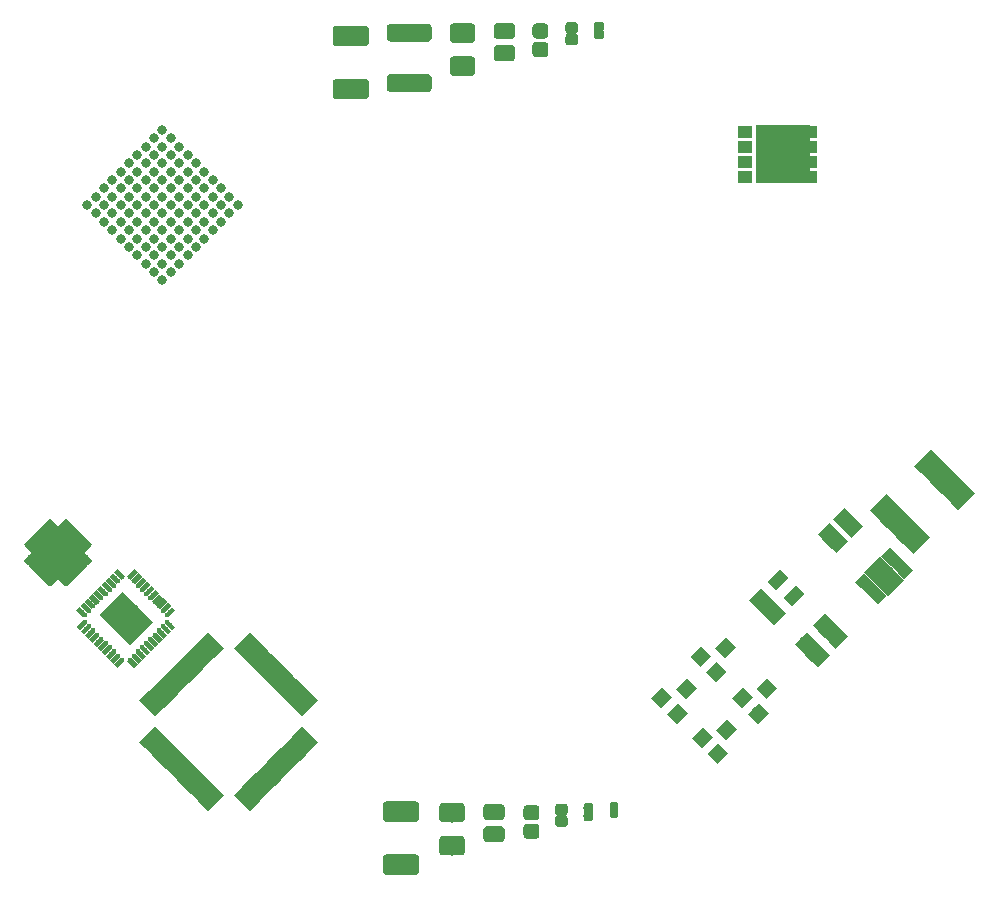
<source format=gbr>
G04 #@! TF.GenerationSoftware,KiCad,Pcbnew,(5.0.0)*
G04 #@! TF.CreationDate,2019-01-30T00:43:17-08:00*
G04 #@! TF.ProjectId,Stark_coaster,537461726B5F636F61737465722E6B69,rev?*
G04 #@! TF.SameCoordinates,Original*
G04 #@! TF.FileFunction,Soldermask,Top*
G04 #@! TF.FilePolarity,Negative*
%FSLAX46Y46*%
G04 Gerber Fmt 4.6, Leading zero omitted, Abs format (unit mm)*
G04 Created by KiCad (PCBNEW (5.0.0)) date 01/30/19 00:43:17*
%MOMM*%
%LPD*%
G01*
G04 APERTURE LIST*
%ADD10C,0.700000*%
%ADD11C,0.100000*%
%ADD12C,1.950000*%
%ADD13C,0.800000*%
%ADD14C,0.810000*%
%ADD15C,3.000000*%
%ADD16C,0.650000*%
%ADD17R,1.200000X1.100000*%
%ADD18R,4.690000X4.900000*%
%ADD19C,1.750000*%
%ADD20C,1.525000*%
%ADD21C,0.990000*%
%ADD22C,1.275000*%
%ADD23C,1.375000*%
%ADD24C,1.650000*%
%ADD25C,0.420000*%
%ADD26C,2.760000*%
%ADD27C,1.200000*%
%ADD28C,1.050000*%
G04 APERTURE END LIST*
D10*
G04 #@! TO.C,DFN*
X171552482Y-119914034D03*
D11*
G36*
X171428738Y-120532752D02*
X170933764Y-120037778D01*
X171676226Y-119295316D01*
X172171200Y-119790290D01*
X171428738Y-120532752D01*
X171428738Y-120532752D01*
G37*
D10*
X171906035Y-120267587D03*
D11*
G36*
X171782291Y-120886305D02*
X171287317Y-120391331D01*
X172029779Y-119648869D01*
X172524753Y-120143843D01*
X171782291Y-120886305D01*
X171782291Y-120886305D01*
G37*
D10*
X172259588Y-120621141D03*
D11*
G36*
X172135844Y-121239859D02*
X171640870Y-120744885D01*
X172383332Y-120002423D01*
X172878306Y-120497397D01*
X172135844Y-121239859D01*
X172135844Y-121239859D01*
G37*
D10*
X172613142Y-120974694D03*
D11*
G36*
X172489398Y-121593412D02*
X171994424Y-121098438D01*
X172736886Y-120355976D01*
X173231860Y-120850950D01*
X172489398Y-121593412D01*
X172489398Y-121593412D01*
G37*
D10*
X172966695Y-121328247D03*
D11*
G36*
X172842951Y-121946965D02*
X172347977Y-121451991D01*
X173090439Y-120709529D01*
X173585413Y-121204503D01*
X172842951Y-121946965D01*
X172842951Y-121946965D01*
G37*
D10*
X175158726Y-119136216D03*
D11*
G36*
X175034982Y-119754934D02*
X174540008Y-119259960D01*
X175282470Y-118517498D01*
X175777444Y-119012472D01*
X175034982Y-119754934D01*
X175034982Y-119754934D01*
G37*
D10*
X174805173Y-118782663D03*
D11*
G36*
X174681429Y-119401381D02*
X174186455Y-118906407D01*
X174928917Y-118163945D01*
X175423891Y-118658919D01*
X174681429Y-119401381D01*
X174681429Y-119401381D01*
G37*
D10*
X174451620Y-118429109D03*
D11*
G36*
X174327876Y-119047827D02*
X173832902Y-118552853D01*
X174575364Y-117810391D01*
X175070338Y-118305365D01*
X174327876Y-119047827D01*
X174327876Y-119047827D01*
G37*
D10*
X174098066Y-118075556D03*
D11*
G36*
X173974322Y-118694274D02*
X173479348Y-118199300D01*
X174221810Y-117456838D01*
X174716784Y-117951812D01*
X173974322Y-118694274D01*
X173974322Y-118694274D01*
G37*
D10*
X173744513Y-117722003D03*
D11*
G36*
X173620769Y-118340721D02*
X173125795Y-117845747D01*
X173868257Y-117103285D01*
X174363231Y-117598259D01*
X173620769Y-118340721D01*
X173620769Y-118340721D01*
G37*
D12*
X173355604Y-119525125D03*
D11*
G36*
X173684409Y-121232788D02*
X171647941Y-119196320D01*
X173026799Y-117817462D01*
X175063267Y-119853930D01*
X173684409Y-121232788D01*
X173684409Y-121232788D01*
G37*
G04 #@! TD*
D13*
G04 #@! TO.C,BGA*
X105904039Y-88138000D03*
X106611146Y-88845107D03*
X107318253Y-89552214D03*
X108025359Y-90259320D03*
X108732466Y-90966427D03*
X109439573Y-91673534D03*
X110146680Y-92380641D03*
X110853786Y-93087747D03*
X111560893Y-93794854D03*
X112268000Y-94501961D03*
X106611146Y-87430893D03*
X107318253Y-88138000D03*
X108025359Y-88845107D03*
X108732466Y-89552214D03*
X109439573Y-90259320D03*
X110146680Y-90966427D03*
X110853786Y-91673534D03*
X111560893Y-92380641D03*
X112268000Y-93087747D03*
X112975107Y-93794854D03*
X107318253Y-86723786D03*
X108025359Y-87430893D03*
X108732466Y-88138000D03*
X109439573Y-88845107D03*
X110146680Y-89552214D03*
X110853786Y-90259320D03*
X111560893Y-90966427D03*
X112268000Y-91673534D03*
X112975107Y-92380641D03*
X113682214Y-93087747D03*
X108025359Y-86016680D03*
X108732466Y-86723786D03*
X109439573Y-87430893D03*
X110146680Y-88138000D03*
X110853786Y-88845107D03*
X111560893Y-89552214D03*
X112268000Y-90259320D03*
X112975107Y-90966427D03*
X113682214Y-91673534D03*
X114389320Y-92380641D03*
X108732466Y-85309573D03*
X109439573Y-86016680D03*
X110146680Y-86723786D03*
X110853786Y-87430893D03*
X111560893Y-88138000D03*
X112268000Y-88845107D03*
X112975107Y-89552214D03*
X113682214Y-90259320D03*
X114389320Y-90966427D03*
X115096427Y-91673534D03*
X109439573Y-84602466D03*
X110146680Y-85309573D03*
X110853786Y-86016680D03*
X111560893Y-86723786D03*
X112268000Y-87430893D03*
X112975107Y-88138000D03*
X113682214Y-88845107D03*
X114389320Y-89552214D03*
X115096427Y-90259320D03*
X115803534Y-90966427D03*
X110146680Y-83895359D03*
X110853786Y-84602466D03*
X111560893Y-85309573D03*
X112268000Y-86016680D03*
X112975107Y-86723786D03*
X113682214Y-87430893D03*
X114389320Y-88138000D03*
X115096427Y-88845107D03*
X115803534Y-89552214D03*
X116510641Y-90259320D03*
X110853786Y-83188253D03*
X111560893Y-83895359D03*
X112268000Y-84602466D03*
X112975107Y-85309573D03*
X113682214Y-86016680D03*
X114389320Y-86723786D03*
X115096427Y-87430893D03*
X115803534Y-88138000D03*
X116510641Y-88845107D03*
X117217747Y-89552214D03*
X111560893Y-82481146D03*
X112268000Y-83188253D03*
X112975107Y-83895359D03*
X113682214Y-84602466D03*
X114389320Y-85309573D03*
X115096427Y-86016680D03*
X115803534Y-86723786D03*
X116510641Y-87430893D03*
X117217747Y-88138000D03*
X117924854Y-88845107D03*
X112268000Y-81774039D03*
X112975107Y-82481146D03*
X113682214Y-83188253D03*
X114389320Y-83895359D03*
X115096427Y-84602466D03*
X115803534Y-85309573D03*
X116510641Y-86016680D03*
X117217747Y-86723786D03*
X117924854Y-87430893D03*
X118631961Y-88138000D03*
G04 #@! TD*
D14*
G04 #@! TO.C,QSOP*
X173155281Y-113550285D03*
D11*
G36*
X172734552Y-114543770D02*
X172161796Y-113971014D01*
X173576010Y-112556800D01*
X174148766Y-113129556D01*
X172734552Y-114543770D01*
X172734552Y-114543770D01*
G37*
D14*
X173604293Y-113999298D03*
D11*
G36*
X173183564Y-114992783D02*
X172610808Y-114420027D01*
X174025022Y-113005813D01*
X174597778Y-113578569D01*
X173183564Y-114992783D01*
X173183564Y-114992783D01*
G37*
D14*
X174053306Y-114448310D03*
D11*
G36*
X173632577Y-115441795D02*
X173059821Y-114869039D01*
X174474035Y-113454825D01*
X175046791Y-114027581D01*
X173632577Y-115441795D01*
X173632577Y-115441795D01*
G37*
D14*
X174502319Y-114897323D03*
D11*
G36*
X174081590Y-115890808D02*
X173508834Y-115318052D01*
X174923048Y-113903838D01*
X175495804Y-114476594D01*
X174081590Y-115890808D01*
X174081590Y-115890808D01*
G37*
D14*
X174951332Y-115346336D03*
D11*
G36*
X174530603Y-116339821D02*
X173957847Y-115767065D01*
X175372061Y-114352851D01*
X175944817Y-114925607D01*
X174530603Y-116339821D01*
X174530603Y-116339821D01*
G37*
D14*
X175400345Y-115795349D03*
D11*
G36*
X174979616Y-116788834D02*
X174406860Y-116216078D01*
X175821074Y-114801864D01*
X176393830Y-115374620D01*
X174979616Y-116788834D01*
X174979616Y-116788834D01*
G37*
D14*
X175849357Y-116244362D03*
D11*
G36*
X175428628Y-117237847D02*
X174855872Y-116665091D01*
X176270086Y-115250877D01*
X176842842Y-115823633D01*
X175428628Y-117237847D01*
X175428628Y-117237847D01*
G37*
D14*
X176298370Y-116693374D03*
D11*
G36*
X175877641Y-117686859D02*
X175304885Y-117114103D01*
X176719099Y-115699889D01*
X177291855Y-116272645D01*
X175877641Y-117686859D01*
X175877641Y-117686859D01*
G37*
D14*
X180052117Y-112939627D03*
D11*
G36*
X179631388Y-113933112D02*
X179058632Y-113360356D01*
X180472846Y-111946142D01*
X181045602Y-112518898D01*
X179631388Y-113933112D01*
X179631388Y-113933112D01*
G37*
D14*
X179603105Y-112490614D03*
D11*
G36*
X179182376Y-113484099D02*
X178609620Y-112911343D01*
X180023834Y-111497129D01*
X180596590Y-112069885D01*
X179182376Y-113484099D01*
X179182376Y-113484099D01*
G37*
D14*
X179154092Y-112041602D03*
D11*
G36*
X178733363Y-113035087D02*
X178160607Y-112462331D01*
X179574821Y-111048117D01*
X180147577Y-111620873D01*
X178733363Y-113035087D01*
X178733363Y-113035087D01*
G37*
D14*
X178705079Y-111592589D03*
D11*
G36*
X178284350Y-112586074D02*
X177711594Y-112013318D01*
X179125808Y-110599104D01*
X179698564Y-111171860D01*
X178284350Y-112586074D01*
X178284350Y-112586074D01*
G37*
D14*
X178256066Y-111143576D03*
D11*
G36*
X177835337Y-112137061D02*
X177262581Y-111564305D01*
X178676795Y-110150091D01*
X179249551Y-110722847D01*
X177835337Y-112137061D01*
X177835337Y-112137061D01*
G37*
D14*
X177807053Y-110694563D03*
D11*
G36*
X177386324Y-111688048D02*
X176813568Y-111115292D01*
X178227782Y-109701078D01*
X178800538Y-110273834D01*
X177386324Y-111688048D01*
X177386324Y-111688048D01*
G37*
D14*
X177358041Y-110245550D03*
D11*
G36*
X176937312Y-111239035D02*
X176364556Y-110666279D01*
X177778770Y-109252065D01*
X178351526Y-109824821D01*
X176937312Y-111239035D01*
X176937312Y-111239035D01*
G37*
D14*
X176909028Y-109796538D03*
D11*
G36*
X176488299Y-110790023D02*
X175915543Y-110217267D01*
X177329757Y-108803053D01*
X177902513Y-109375809D01*
X176488299Y-110790023D01*
X176488299Y-110790023D01*
G37*
G04 #@! TD*
D10*
G04 #@! TO.C,TQFP*
X116541554Y-125197971D03*
D11*
G36*
X115622315Y-124773707D02*
X116117290Y-124278732D01*
X117460793Y-125622235D01*
X116965818Y-126117210D01*
X115622315Y-124773707D01*
X115622315Y-124773707D01*
G37*
D10*
X116188001Y-125551525D03*
D11*
G36*
X115268762Y-125127261D02*
X115763737Y-124632286D01*
X117107240Y-125975789D01*
X116612265Y-126470764D01*
X115268762Y-125127261D01*
X115268762Y-125127261D01*
G37*
D10*
X115834447Y-125905078D03*
D11*
G36*
X114915208Y-125480814D02*
X115410183Y-124985839D01*
X116753686Y-126329342D01*
X116258711Y-126824317D01*
X114915208Y-125480814D01*
X114915208Y-125480814D01*
G37*
D10*
X115480894Y-126258631D03*
D11*
G36*
X114561655Y-125834367D02*
X115056630Y-125339392D01*
X116400133Y-126682895D01*
X115905158Y-127177870D01*
X114561655Y-125834367D01*
X114561655Y-125834367D01*
G37*
D10*
X115127341Y-126612185D03*
D11*
G36*
X114208102Y-126187921D02*
X114703077Y-125692946D01*
X116046580Y-127036449D01*
X115551605Y-127531424D01*
X114208102Y-126187921D01*
X114208102Y-126187921D01*
G37*
D10*
X114773787Y-126965738D03*
D11*
G36*
X113854548Y-126541474D02*
X114349523Y-126046499D01*
X115693026Y-127390002D01*
X115198051Y-127884977D01*
X113854548Y-126541474D01*
X113854548Y-126541474D01*
G37*
D10*
X114420234Y-127319292D03*
D11*
G36*
X113500995Y-126895028D02*
X113995970Y-126400053D01*
X115339473Y-127743556D01*
X114844498Y-128238531D01*
X113500995Y-126895028D01*
X113500995Y-126895028D01*
G37*
D10*
X114066680Y-127672845D03*
D11*
G36*
X113147441Y-127248581D02*
X113642416Y-126753606D01*
X114985919Y-128097109D01*
X114490944Y-128592084D01*
X113147441Y-127248581D01*
X113147441Y-127248581D01*
G37*
D10*
X113713127Y-128026398D03*
D11*
G36*
X112793888Y-127602134D02*
X113288863Y-127107159D01*
X114632366Y-128450662D01*
X114137391Y-128945637D01*
X112793888Y-127602134D01*
X112793888Y-127602134D01*
G37*
D10*
X113359574Y-128379952D03*
D11*
G36*
X112440335Y-127955688D02*
X112935310Y-127460713D01*
X114278813Y-128804216D01*
X113783838Y-129299191D01*
X112440335Y-127955688D01*
X112440335Y-127955688D01*
G37*
D10*
X113006020Y-128733505D03*
D11*
G36*
X112086781Y-128309241D02*
X112581756Y-127814266D01*
X113925259Y-129157769D01*
X113430284Y-129652744D01*
X112086781Y-128309241D01*
X112086781Y-128309241D01*
G37*
D10*
X112652467Y-129087059D03*
D11*
G36*
X111733228Y-128662795D02*
X112228203Y-128167820D01*
X113571706Y-129511323D01*
X113076731Y-130006298D01*
X111733228Y-128662795D01*
X111733228Y-128662795D01*
G37*
D10*
X112298913Y-129440612D03*
D11*
G36*
X111379674Y-129016348D02*
X111874649Y-128521373D01*
X113218152Y-129864876D01*
X112723177Y-130359851D01*
X111379674Y-129016348D01*
X111379674Y-129016348D01*
G37*
D10*
X111945360Y-129794165D03*
D11*
G36*
X111026121Y-129369901D02*
X111521096Y-128874926D01*
X112864599Y-130218429D01*
X112369624Y-130713404D01*
X111026121Y-129369901D01*
X111026121Y-129369901D01*
G37*
D10*
X111591807Y-130147719D03*
D11*
G36*
X110672568Y-129723455D02*
X111167543Y-129228480D01*
X112511046Y-130571983D01*
X112016071Y-131066958D01*
X110672568Y-129723455D01*
X110672568Y-129723455D01*
G37*
D10*
X111238253Y-130501272D03*
D11*
G36*
X110319014Y-130077008D02*
X110813989Y-129582033D01*
X112157492Y-130925536D01*
X111662517Y-131420511D01*
X110319014Y-130077008D01*
X110319014Y-130077008D01*
G37*
D10*
X111238253Y-133188278D03*
D11*
G36*
X110319014Y-133612542D02*
X111662517Y-132269039D01*
X112157492Y-132764014D01*
X110813989Y-134107517D01*
X110319014Y-133612542D01*
X110319014Y-133612542D01*
G37*
D10*
X111591807Y-133541831D03*
D11*
G36*
X110672568Y-133966095D02*
X112016071Y-132622592D01*
X112511046Y-133117567D01*
X111167543Y-134461070D01*
X110672568Y-133966095D01*
X110672568Y-133966095D01*
G37*
D10*
X111945360Y-133895385D03*
D11*
G36*
X111026121Y-134319649D02*
X112369624Y-132976146D01*
X112864599Y-133471121D01*
X111521096Y-134814624D01*
X111026121Y-134319649D01*
X111026121Y-134319649D01*
G37*
D10*
X112298913Y-134248938D03*
D11*
G36*
X111379674Y-134673202D02*
X112723177Y-133329699D01*
X113218152Y-133824674D01*
X111874649Y-135168177D01*
X111379674Y-134673202D01*
X111379674Y-134673202D01*
G37*
D10*
X112652467Y-134602491D03*
D11*
G36*
X111733228Y-135026755D02*
X113076731Y-133683252D01*
X113571706Y-134178227D01*
X112228203Y-135521730D01*
X111733228Y-135026755D01*
X111733228Y-135026755D01*
G37*
D10*
X113006020Y-134956045D03*
D11*
G36*
X112086781Y-135380309D02*
X113430284Y-134036806D01*
X113925259Y-134531781D01*
X112581756Y-135875284D01*
X112086781Y-135380309D01*
X112086781Y-135380309D01*
G37*
D10*
X113359574Y-135309598D03*
D11*
G36*
X112440335Y-135733862D02*
X113783838Y-134390359D01*
X114278813Y-134885334D01*
X112935310Y-136228837D01*
X112440335Y-135733862D01*
X112440335Y-135733862D01*
G37*
D10*
X113713127Y-135663152D03*
D11*
G36*
X112793888Y-136087416D02*
X114137391Y-134743913D01*
X114632366Y-135238888D01*
X113288863Y-136582391D01*
X112793888Y-136087416D01*
X112793888Y-136087416D01*
G37*
D10*
X114066680Y-136016705D03*
D11*
G36*
X113147441Y-136440969D02*
X114490944Y-135097466D01*
X114985919Y-135592441D01*
X113642416Y-136935944D01*
X113147441Y-136440969D01*
X113147441Y-136440969D01*
G37*
D10*
X114420234Y-136370258D03*
D11*
G36*
X113500995Y-136794522D02*
X114844498Y-135451019D01*
X115339473Y-135945994D01*
X113995970Y-137289497D01*
X113500995Y-136794522D01*
X113500995Y-136794522D01*
G37*
D10*
X114773787Y-136723812D03*
D11*
G36*
X113854548Y-137148076D02*
X115198051Y-135804573D01*
X115693026Y-136299548D01*
X114349523Y-137643051D01*
X113854548Y-137148076D01*
X113854548Y-137148076D01*
G37*
D10*
X115127341Y-137077365D03*
D11*
G36*
X114208102Y-137501629D02*
X115551605Y-136158126D01*
X116046580Y-136653101D01*
X114703077Y-137996604D01*
X114208102Y-137501629D01*
X114208102Y-137501629D01*
G37*
D10*
X115480894Y-137430919D03*
D11*
G36*
X114561655Y-137855183D02*
X115905158Y-136511680D01*
X116400133Y-137006655D01*
X115056630Y-138350158D01*
X114561655Y-137855183D01*
X114561655Y-137855183D01*
G37*
D10*
X115834447Y-137784472D03*
D11*
G36*
X114915208Y-138208736D02*
X116258711Y-136865233D01*
X116753686Y-137360208D01*
X115410183Y-138703711D01*
X114915208Y-138208736D01*
X114915208Y-138208736D01*
G37*
D10*
X116188001Y-138138025D03*
D11*
G36*
X115268762Y-138562289D02*
X116612265Y-137218786D01*
X117107240Y-137713761D01*
X115763737Y-139057264D01*
X115268762Y-138562289D01*
X115268762Y-138562289D01*
G37*
D10*
X116541554Y-138491579D03*
D11*
G36*
X115622315Y-138915843D02*
X116965818Y-137572340D01*
X117460793Y-138067315D01*
X116117290Y-139410818D01*
X115622315Y-138915843D01*
X115622315Y-138915843D01*
G37*
D10*
X119228560Y-138491579D03*
D11*
G36*
X118309321Y-138067315D02*
X118804296Y-137572340D01*
X120147799Y-138915843D01*
X119652824Y-139410818D01*
X118309321Y-138067315D01*
X118309321Y-138067315D01*
G37*
D10*
X119582113Y-138138025D03*
D11*
G36*
X118662874Y-137713761D02*
X119157849Y-137218786D01*
X120501352Y-138562289D01*
X120006377Y-139057264D01*
X118662874Y-137713761D01*
X118662874Y-137713761D01*
G37*
D10*
X119935667Y-137784472D03*
D11*
G36*
X119016428Y-137360208D02*
X119511403Y-136865233D01*
X120854906Y-138208736D01*
X120359931Y-138703711D01*
X119016428Y-137360208D01*
X119016428Y-137360208D01*
G37*
D10*
X120289220Y-137430919D03*
D11*
G36*
X119369981Y-137006655D02*
X119864956Y-136511680D01*
X121208459Y-137855183D01*
X120713484Y-138350158D01*
X119369981Y-137006655D01*
X119369981Y-137006655D01*
G37*
D10*
X120642773Y-137077365D03*
D11*
G36*
X119723534Y-136653101D02*
X120218509Y-136158126D01*
X121562012Y-137501629D01*
X121067037Y-137996604D01*
X119723534Y-136653101D01*
X119723534Y-136653101D01*
G37*
D10*
X120996327Y-136723812D03*
D11*
G36*
X120077088Y-136299548D02*
X120572063Y-135804573D01*
X121915566Y-137148076D01*
X121420591Y-137643051D01*
X120077088Y-136299548D01*
X120077088Y-136299548D01*
G37*
D10*
X121349880Y-136370258D03*
D11*
G36*
X120430641Y-135945994D02*
X120925616Y-135451019D01*
X122269119Y-136794522D01*
X121774144Y-137289497D01*
X120430641Y-135945994D01*
X120430641Y-135945994D01*
G37*
D10*
X121703434Y-136016705D03*
D11*
G36*
X120784195Y-135592441D02*
X121279170Y-135097466D01*
X122622673Y-136440969D01*
X122127698Y-136935944D01*
X120784195Y-135592441D01*
X120784195Y-135592441D01*
G37*
D10*
X122056987Y-135663152D03*
D11*
G36*
X121137748Y-135238888D02*
X121632723Y-134743913D01*
X122976226Y-136087416D01*
X122481251Y-136582391D01*
X121137748Y-135238888D01*
X121137748Y-135238888D01*
G37*
D10*
X122410540Y-135309598D03*
D11*
G36*
X121491301Y-134885334D02*
X121986276Y-134390359D01*
X123329779Y-135733862D01*
X122834804Y-136228837D01*
X121491301Y-134885334D01*
X121491301Y-134885334D01*
G37*
D10*
X122764094Y-134956045D03*
D11*
G36*
X121844855Y-134531781D02*
X122339830Y-134036806D01*
X123683333Y-135380309D01*
X123188358Y-135875284D01*
X121844855Y-134531781D01*
X121844855Y-134531781D01*
G37*
D10*
X123117647Y-134602491D03*
D11*
G36*
X122198408Y-134178227D02*
X122693383Y-133683252D01*
X124036886Y-135026755D01*
X123541911Y-135521730D01*
X122198408Y-134178227D01*
X122198408Y-134178227D01*
G37*
D10*
X123471201Y-134248938D03*
D11*
G36*
X122551962Y-133824674D02*
X123046937Y-133329699D01*
X124390440Y-134673202D01*
X123895465Y-135168177D01*
X122551962Y-133824674D01*
X122551962Y-133824674D01*
G37*
D10*
X123824754Y-133895385D03*
D11*
G36*
X122905515Y-133471121D02*
X123400490Y-132976146D01*
X124743993Y-134319649D01*
X124249018Y-134814624D01*
X122905515Y-133471121D01*
X122905515Y-133471121D01*
G37*
D10*
X124178307Y-133541831D03*
D11*
G36*
X123259068Y-133117567D02*
X123754043Y-132622592D01*
X125097546Y-133966095D01*
X124602571Y-134461070D01*
X123259068Y-133117567D01*
X123259068Y-133117567D01*
G37*
D10*
X124531861Y-133188278D03*
D11*
G36*
X123612622Y-132764014D02*
X124107597Y-132269039D01*
X125451100Y-133612542D01*
X124956125Y-134107517D01*
X123612622Y-132764014D01*
X123612622Y-132764014D01*
G37*
D10*
X124531861Y-130501272D03*
D11*
G36*
X123612622Y-130925536D02*
X124956125Y-129582033D01*
X125451100Y-130077008D01*
X124107597Y-131420511D01*
X123612622Y-130925536D01*
X123612622Y-130925536D01*
G37*
D10*
X124178307Y-130147719D03*
D11*
G36*
X123259068Y-130571983D02*
X124602571Y-129228480D01*
X125097546Y-129723455D01*
X123754043Y-131066958D01*
X123259068Y-130571983D01*
X123259068Y-130571983D01*
G37*
D10*
X123824754Y-129794165D03*
D11*
G36*
X122905515Y-130218429D02*
X124249018Y-128874926D01*
X124743993Y-129369901D01*
X123400490Y-130713404D01*
X122905515Y-130218429D01*
X122905515Y-130218429D01*
G37*
D10*
X123471201Y-129440612D03*
D11*
G36*
X122551962Y-129864876D02*
X123895465Y-128521373D01*
X124390440Y-129016348D01*
X123046937Y-130359851D01*
X122551962Y-129864876D01*
X122551962Y-129864876D01*
G37*
D10*
X123117647Y-129087059D03*
D11*
G36*
X122198408Y-129511323D02*
X123541911Y-128167820D01*
X124036886Y-128662795D01*
X122693383Y-130006298D01*
X122198408Y-129511323D01*
X122198408Y-129511323D01*
G37*
D10*
X122764094Y-128733505D03*
D11*
G36*
X121844855Y-129157769D02*
X123188358Y-127814266D01*
X123683333Y-128309241D01*
X122339830Y-129652744D01*
X121844855Y-129157769D01*
X121844855Y-129157769D01*
G37*
D10*
X122410540Y-128379952D03*
D11*
G36*
X121491301Y-128804216D02*
X122834804Y-127460713D01*
X123329779Y-127955688D01*
X121986276Y-129299191D01*
X121491301Y-128804216D01*
X121491301Y-128804216D01*
G37*
D10*
X122056987Y-128026398D03*
D11*
G36*
X121137748Y-128450662D02*
X122481251Y-127107159D01*
X122976226Y-127602134D01*
X121632723Y-128945637D01*
X121137748Y-128450662D01*
X121137748Y-128450662D01*
G37*
D10*
X121703434Y-127672845D03*
D11*
G36*
X120784195Y-128097109D02*
X122127698Y-126753606D01*
X122622673Y-127248581D01*
X121279170Y-128592084D01*
X120784195Y-128097109D01*
X120784195Y-128097109D01*
G37*
D10*
X121349880Y-127319292D03*
D11*
G36*
X120430641Y-127743556D02*
X121774144Y-126400053D01*
X122269119Y-126895028D01*
X120925616Y-128238531D01*
X120430641Y-127743556D01*
X120430641Y-127743556D01*
G37*
D10*
X120996327Y-126965738D03*
D11*
G36*
X120077088Y-127390002D02*
X121420591Y-126046499D01*
X121915566Y-126541474D01*
X120572063Y-127884977D01*
X120077088Y-127390002D01*
X120077088Y-127390002D01*
G37*
D10*
X120642773Y-126612185D03*
D11*
G36*
X119723534Y-127036449D02*
X121067037Y-125692946D01*
X121562012Y-126187921D01*
X120218509Y-127531424D01*
X119723534Y-127036449D01*
X119723534Y-127036449D01*
G37*
D10*
X120289220Y-126258631D03*
D11*
G36*
X119369981Y-126682895D02*
X120713484Y-125339392D01*
X121208459Y-125834367D01*
X119864956Y-127177870D01*
X119369981Y-126682895D01*
X119369981Y-126682895D01*
G37*
D10*
X119935667Y-125905078D03*
D11*
G36*
X119016428Y-126329342D02*
X120359931Y-124985839D01*
X120854906Y-125480814D01*
X119511403Y-126824317D01*
X119016428Y-126329342D01*
X119016428Y-126329342D01*
G37*
D10*
X119582113Y-125551525D03*
D11*
G36*
X118662874Y-125975789D02*
X120006377Y-124632286D01*
X120501352Y-125127261D01*
X119157849Y-126470764D01*
X118662874Y-125975789D01*
X118662874Y-125975789D01*
G37*
D10*
X119228560Y-125197971D03*
D11*
G36*
X118309321Y-125622235D02*
X119652824Y-124278732D01*
X120147799Y-124773707D01*
X118804296Y-126117210D01*
X118309321Y-125622235D01*
X118309321Y-125622235D01*
G37*
G04 #@! TD*
G04 #@! TO.C,QFN*
G36*
X103455118Y-115565721D02*
X103483120Y-115569875D01*
X103510580Y-115576753D01*
X103537234Y-115586290D01*
X103562824Y-115598393D01*
X103587105Y-115612947D01*
X103609842Y-115629810D01*
X103630817Y-115648821D01*
X105344190Y-117362194D01*
X105363201Y-117383169D01*
X105380064Y-117405906D01*
X105394618Y-117430187D01*
X105406721Y-117455777D01*
X105416258Y-117482431D01*
X105423136Y-117509891D01*
X105427290Y-117537893D01*
X105428679Y-117566167D01*
X105427290Y-117594441D01*
X105423136Y-117622443D01*
X105416258Y-117649903D01*
X105406721Y-117676557D01*
X105394618Y-117702147D01*
X105380064Y-117726428D01*
X105363201Y-117749165D01*
X105344190Y-117770140D01*
X103630817Y-119483513D01*
X103609842Y-119502524D01*
X103587105Y-119519387D01*
X103562824Y-119533941D01*
X103537234Y-119546044D01*
X103510580Y-119555581D01*
X103483120Y-119562459D01*
X103455118Y-119566613D01*
X103426844Y-119568002D01*
X103398570Y-119566613D01*
X103370568Y-119562459D01*
X103343108Y-119555581D01*
X103316454Y-119546044D01*
X103290864Y-119533941D01*
X103266583Y-119519387D01*
X103243846Y-119502524D01*
X103222871Y-119483513D01*
X101509498Y-117770140D01*
X101490487Y-117749165D01*
X101473624Y-117726428D01*
X101459070Y-117702147D01*
X101446967Y-117676557D01*
X101437430Y-117649903D01*
X101430552Y-117622443D01*
X101426398Y-117594441D01*
X101425009Y-117566167D01*
X101426398Y-117537893D01*
X101430552Y-117509891D01*
X101437430Y-117482431D01*
X101446967Y-117455777D01*
X101459070Y-117430187D01*
X101473624Y-117405906D01*
X101490487Y-117383169D01*
X101509498Y-117362194D01*
X103222871Y-115648821D01*
X103243846Y-115629810D01*
X103266583Y-115612947D01*
X103290864Y-115598393D01*
X103316454Y-115586290D01*
X103343108Y-115576753D01*
X103370568Y-115569875D01*
X103398570Y-115565721D01*
X103426844Y-115564332D01*
X103455118Y-115565721D01*
X103455118Y-115565721D01*
G37*
D15*
X103426844Y-117566167D03*
D11*
G36*
X102753343Y-114717443D02*
X102769117Y-114719783D01*
X102784586Y-114723658D01*
X102799601Y-114729031D01*
X102814017Y-114735849D01*
X102827695Y-114744047D01*
X102840504Y-114753547D01*
X102852320Y-114764256D01*
X103488716Y-115400652D01*
X103499425Y-115412468D01*
X103508925Y-115425277D01*
X103517123Y-115438955D01*
X103523941Y-115453371D01*
X103529314Y-115468386D01*
X103533189Y-115483855D01*
X103535529Y-115499629D01*
X103536311Y-115515557D01*
X103535529Y-115531485D01*
X103533189Y-115547259D01*
X103529314Y-115562728D01*
X103523941Y-115577743D01*
X103517123Y-115592159D01*
X103508925Y-115605837D01*
X103499425Y-115618646D01*
X103488716Y-115630462D01*
X103258906Y-115860272D01*
X103247090Y-115870981D01*
X103234281Y-115880481D01*
X103220603Y-115888679D01*
X103206187Y-115895497D01*
X103191172Y-115900870D01*
X103175703Y-115904745D01*
X103159929Y-115907085D01*
X103144001Y-115907867D01*
X103128073Y-115907085D01*
X103112299Y-115904745D01*
X103096830Y-115900870D01*
X103081815Y-115895497D01*
X103067399Y-115888679D01*
X103053721Y-115880481D01*
X103040912Y-115870981D01*
X103029096Y-115860272D01*
X102392700Y-115223876D01*
X102381991Y-115212060D01*
X102372491Y-115199251D01*
X102364293Y-115185573D01*
X102357475Y-115171157D01*
X102352102Y-115156142D01*
X102348227Y-115140673D01*
X102345887Y-115124899D01*
X102345105Y-115108971D01*
X102345887Y-115093043D01*
X102348227Y-115077269D01*
X102352102Y-115061800D01*
X102357475Y-115046785D01*
X102364293Y-115032369D01*
X102372491Y-115018691D01*
X102381991Y-115005882D01*
X102392700Y-114994066D01*
X102622510Y-114764256D01*
X102634326Y-114753547D01*
X102647135Y-114744047D01*
X102660813Y-114735849D01*
X102675229Y-114729031D01*
X102690244Y-114723658D01*
X102705713Y-114719783D01*
X102721487Y-114717443D01*
X102737415Y-114716661D01*
X102753343Y-114717443D01*
X102753343Y-114717443D01*
G37*
D16*
X102940708Y-115312264D03*
D11*
G36*
X102399790Y-115070997D02*
X102415564Y-115073337D01*
X102431033Y-115077212D01*
X102446048Y-115082585D01*
X102460464Y-115089403D01*
X102474142Y-115097601D01*
X102486951Y-115107101D01*
X102498767Y-115117810D01*
X103135163Y-115754206D01*
X103145872Y-115766022D01*
X103155372Y-115778831D01*
X103163570Y-115792509D01*
X103170388Y-115806925D01*
X103175761Y-115821940D01*
X103179636Y-115837409D01*
X103181976Y-115853183D01*
X103182758Y-115869111D01*
X103181976Y-115885039D01*
X103179636Y-115900813D01*
X103175761Y-115916282D01*
X103170388Y-115931297D01*
X103163570Y-115945713D01*
X103155372Y-115959391D01*
X103145872Y-115972200D01*
X103135163Y-115984016D01*
X102905353Y-116213826D01*
X102893537Y-116224535D01*
X102880728Y-116234035D01*
X102867050Y-116242233D01*
X102852634Y-116249051D01*
X102837619Y-116254424D01*
X102822150Y-116258299D01*
X102806376Y-116260639D01*
X102790448Y-116261421D01*
X102774520Y-116260639D01*
X102758746Y-116258299D01*
X102743277Y-116254424D01*
X102728262Y-116249051D01*
X102713846Y-116242233D01*
X102700168Y-116234035D01*
X102687359Y-116224535D01*
X102675543Y-116213826D01*
X102039147Y-115577430D01*
X102028438Y-115565614D01*
X102018938Y-115552805D01*
X102010740Y-115539127D01*
X102003922Y-115524711D01*
X101998549Y-115509696D01*
X101994674Y-115494227D01*
X101992334Y-115478453D01*
X101991552Y-115462525D01*
X101992334Y-115446597D01*
X101994674Y-115430823D01*
X101998549Y-115415354D01*
X102003922Y-115400339D01*
X102010740Y-115385923D01*
X102018938Y-115372245D01*
X102028438Y-115359436D01*
X102039147Y-115347620D01*
X102268957Y-115117810D01*
X102280773Y-115107101D01*
X102293582Y-115097601D01*
X102307260Y-115089403D01*
X102321676Y-115082585D01*
X102336691Y-115077212D01*
X102352160Y-115073337D01*
X102367934Y-115070997D01*
X102383862Y-115070215D01*
X102399790Y-115070997D01*
X102399790Y-115070997D01*
G37*
D16*
X102587155Y-115665818D03*
D11*
G36*
X102046236Y-115424550D02*
X102062010Y-115426890D01*
X102077479Y-115430765D01*
X102092494Y-115436138D01*
X102106910Y-115442956D01*
X102120588Y-115451154D01*
X102133397Y-115460654D01*
X102145213Y-115471363D01*
X102781609Y-116107759D01*
X102792318Y-116119575D01*
X102801818Y-116132384D01*
X102810016Y-116146062D01*
X102816834Y-116160478D01*
X102822207Y-116175493D01*
X102826082Y-116190962D01*
X102828422Y-116206736D01*
X102829204Y-116222664D01*
X102828422Y-116238592D01*
X102826082Y-116254366D01*
X102822207Y-116269835D01*
X102816834Y-116284850D01*
X102810016Y-116299266D01*
X102801818Y-116312944D01*
X102792318Y-116325753D01*
X102781609Y-116337569D01*
X102551799Y-116567379D01*
X102539983Y-116578088D01*
X102527174Y-116587588D01*
X102513496Y-116595786D01*
X102499080Y-116602604D01*
X102484065Y-116607977D01*
X102468596Y-116611852D01*
X102452822Y-116614192D01*
X102436894Y-116614974D01*
X102420966Y-116614192D01*
X102405192Y-116611852D01*
X102389723Y-116607977D01*
X102374708Y-116602604D01*
X102360292Y-116595786D01*
X102346614Y-116587588D01*
X102333805Y-116578088D01*
X102321989Y-116567379D01*
X101685593Y-115930983D01*
X101674884Y-115919167D01*
X101665384Y-115906358D01*
X101657186Y-115892680D01*
X101650368Y-115878264D01*
X101644995Y-115863249D01*
X101641120Y-115847780D01*
X101638780Y-115832006D01*
X101637998Y-115816078D01*
X101638780Y-115800150D01*
X101641120Y-115784376D01*
X101644995Y-115768907D01*
X101650368Y-115753892D01*
X101657186Y-115739476D01*
X101665384Y-115725798D01*
X101674884Y-115712989D01*
X101685593Y-115701173D01*
X101915403Y-115471363D01*
X101927219Y-115460654D01*
X101940028Y-115451154D01*
X101953706Y-115442956D01*
X101968122Y-115436138D01*
X101983137Y-115430765D01*
X101998606Y-115426890D01*
X102014380Y-115424550D01*
X102030308Y-115423768D01*
X102046236Y-115424550D01*
X102046236Y-115424550D01*
G37*
D16*
X102233601Y-116019371D03*
D11*
G36*
X101692683Y-115778103D02*
X101708457Y-115780443D01*
X101723926Y-115784318D01*
X101738941Y-115789691D01*
X101753357Y-115796509D01*
X101767035Y-115804707D01*
X101779844Y-115814207D01*
X101791660Y-115824916D01*
X102428056Y-116461312D01*
X102438765Y-116473128D01*
X102448265Y-116485937D01*
X102456463Y-116499615D01*
X102463281Y-116514031D01*
X102468654Y-116529046D01*
X102472529Y-116544515D01*
X102474869Y-116560289D01*
X102475651Y-116576217D01*
X102474869Y-116592145D01*
X102472529Y-116607919D01*
X102468654Y-116623388D01*
X102463281Y-116638403D01*
X102456463Y-116652819D01*
X102448265Y-116666497D01*
X102438765Y-116679306D01*
X102428056Y-116691122D01*
X102198246Y-116920932D01*
X102186430Y-116931641D01*
X102173621Y-116941141D01*
X102159943Y-116949339D01*
X102145527Y-116956157D01*
X102130512Y-116961530D01*
X102115043Y-116965405D01*
X102099269Y-116967745D01*
X102083341Y-116968527D01*
X102067413Y-116967745D01*
X102051639Y-116965405D01*
X102036170Y-116961530D01*
X102021155Y-116956157D01*
X102006739Y-116949339D01*
X101993061Y-116941141D01*
X101980252Y-116931641D01*
X101968436Y-116920932D01*
X101332040Y-116284536D01*
X101321331Y-116272720D01*
X101311831Y-116259911D01*
X101303633Y-116246233D01*
X101296815Y-116231817D01*
X101291442Y-116216802D01*
X101287567Y-116201333D01*
X101285227Y-116185559D01*
X101284445Y-116169631D01*
X101285227Y-116153703D01*
X101287567Y-116137929D01*
X101291442Y-116122460D01*
X101296815Y-116107445D01*
X101303633Y-116093029D01*
X101311831Y-116079351D01*
X101321331Y-116066542D01*
X101332040Y-116054726D01*
X101561850Y-115824916D01*
X101573666Y-115814207D01*
X101586475Y-115804707D01*
X101600153Y-115796509D01*
X101614569Y-115789691D01*
X101629584Y-115784318D01*
X101645053Y-115780443D01*
X101660827Y-115778103D01*
X101676755Y-115777321D01*
X101692683Y-115778103D01*
X101692683Y-115778103D01*
G37*
D16*
X101880048Y-116372924D03*
D11*
G36*
X101339130Y-116131657D02*
X101354904Y-116133997D01*
X101370373Y-116137872D01*
X101385388Y-116143245D01*
X101399804Y-116150063D01*
X101413482Y-116158261D01*
X101426291Y-116167761D01*
X101438107Y-116178470D01*
X102074503Y-116814866D01*
X102085212Y-116826682D01*
X102094712Y-116839491D01*
X102102910Y-116853169D01*
X102109728Y-116867585D01*
X102115101Y-116882600D01*
X102118976Y-116898069D01*
X102121316Y-116913843D01*
X102122098Y-116929771D01*
X102121316Y-116945699D01*
X102118976Y-116961473D01*
X102115101Y-116976942D01*
X102109728Y-116991957D01*
X102102910Y-117006373D01*
X102094712Y-117020051D01*
X102085212Y-117032860D01*
X102074503Y-117044676D01*
X101844693Y-117274486D01*
X101832877Y-117285195D01*
X101820068Y-117294695D01*
X101806390Y-117302893D01*
X101791974Y-117309711D01*
X101776959Y-117315084D01*
X101761490Y-117318959D01*
X101745716Y-117321299D01*
X101729788Y-117322081D01*
X101713860Y-117321299D01*
X101698086Y-117318959D01*
X101682617Y-117315084D01*
X101667602Y-117309711D01*
X101653186Y-117302893D01*
X101639508Y-117294695D01*
X101626699Y-117285195D01*
X101614883Y-117274486D01*
X100978487Y-116638090D01*
X100967778Y-116626274D01*
X100958278Y-116613465D01*
X100950080Y-116599787D01*
X100943262Y-116585371D01*
X100937889Y-116570356D01*
X100934014Y-116554887D01*
X100931674Y-116539113D01*
X100930892Y-116523185D01*
X100931674Y-116507257D01*
X100934014Y-116491483D01*
X100937889Y-116476014D01*
X100943262Y-116460999D01*
X100950080Y-116446583D01*
X100958278Y-116432905D01*
X100967778Y-116420096D01*
X100978487Y-116408280D01*
X101208297Y-116178470D01*
X101220113Y-116167761D01*
X101232922Y-116158261D01*
X101246600Y-116150063D01*
X101261016Y-116143245D01*
X101276031Y-116137872D01*
X101291500Y-116133997D01*
X101307274Y-116131657D01*
X101323202Y-116130875D01*
X101339130Y-116131657D01*
X101339130Y-116131657D01*
G37*
D16*
X101526495Y-116726478D03*
D11*
G36*
X100985576Y-116485210D02*
X101001350Y-116487550D01*
X101016819Y-116491425D01*
X101031834Y-116496798D01*
X101046250Y-116503616D01*
X101059928Y-116511814D01*
X101072737Y-116521314D01*
X101084553Y-116532023D01*
X101720949Y-117168419D01*
X101731658Y-117180235D01*
X101741158Y-117193044D01*
X101749356Y-117206722D01*
X101756174Y-117221138D01*
X101761547Y-117236153D01*
X101765422Y-117251622D01*
X101767762Y-117267396D01*
X101768544Y-117283324D01*
X101767762Y-117299252D01*
X101765422Y-117315026D01*
X101761547Y-117330495D01*
X101756174Y-117345510D01*
X101749356Y-117359926D01*
X101741158Y-117373604D01*
X101731658Y-117386413D01*
X101720949Y-117398229D01*
X101491139Y-117628039D01*
X101479323Y-117638748D01*
X101466514Y-117648248D01*
X101452836Y-117656446D01*
X101438420Y-117663264D01*
X101423405Y-117668637D01*
X101407936Y-117672512D01*
X101392162Y-117674852D01*
X101376234Y-117675634D01*
X101360306Y-117674852D01*
X101344532Y-117672512D01*
X101329063Y-117668637D01*
X101314048Y-117663264D01*
X101299632Y-117656446D01*
X101285954Y-117648248D01*
X101273145Y-117638748D01*
X101261329Y-117628039D01*
X100624933Y-116991643D01*
X100614224Y-116979827D01*
X100604724Y-116967018D01*
X100596526Y-116953340D01*
X100589708Y-116938924D01*
X100584335Y-116923909D01*
X100580460Y-116908440D01*
X100578120Y-116892666D01*
X100577338Y-116876738D01*
X100578120Y-116860810D01*
X100580460Y-116845036D01*
X100584335Y-116829567D01*
X100589708Y-116814552D01*
X100596526Y-116800136D01*
X100604724Y-116786458D01*
X100614224Y-116773649D01*
X100624933Y-116761833D01*
X100854743Y-116532023D01*
X100866559Y-116521314D01*
X100879368Y-116511814D01*
X100893046Y-116503616D01*
X100907462Y-116496798D01*
X100922477Y-116491425D01*
X100937946Y-116487550D01*
X100953720Y-116485210D01*
X100969648Y-116484428D01*
X100985576Y-116485210D01*
X100985576Y-116485210D01*
G37*
D16*
X101172941Y-117080031D03*
D11*
G36*
X101392162Y-117457482D02*
X101407936Y-117459822D01*
X101423405Y-117463697D01*
X101438420Y-117469070D01*
X101452836Y-117475888D01*
X101466514Y-117484086D01*
X101479323Y-117493586D01*
X101491139Y-117504295D01*
X101720949Y-117734105D01*
X101731658Y-117745921D01*
X101741158Y-117758730D01*
X101749356Y-117772408D01*
X101756174Y-117786824D01*
X101761547Y-117801839D01*
X101765422Y-117817308D01*
X101767762Y-117833082D01*
X101768544Y-117849010D01*
X101767762Y-117864938D01*
X101765422Y-117880712D01*
X101761547Y-117896181D01*
X101756174Y-117911196D01*
X101749356Y-117925612D01*
X101741158Y-117939290D01*
X101731658Y-117952099D01*
X101720949Y-117963915D01*
X101084553Y-118600311D01*
X101072737Y-118611020D01*
X101059928Y-118620520D01*
X101046250Y-118628718D01*
X101031834Y-118635536D01*
X101016819Y-118640909D01*
X101001350Y-118644784D01*
X100985576Y-118647124D01*
X100969648Y-118647906D01*
X100953720Y-118647124D01*
X100937946Y-118644784D01*
X100922477Y-118640909D01*
X100907462Y-118635536D01*
X100893046Y-118628718D01*
X100879368Y-118620520D01*
X100866559Y-118611020D01*
X100854743Y-118600311D01*
X100624933Y-118370501D01*
X100614224Y-118358685D01*
X100604724Y-118345876D01*
X100596526Y-118332198D01*
X100589708Y-118317782D01*
X100584335Y-118302767D01*
X100580460Y-118287298D01*
X100578120Y-118271524D01*
X100577338Y-118255596D01*
X100578120Y-118239668D01*
X100580460Y-118223894D01*
X100584335Y-118208425D01*
X100589708Y-118193410D01*
X100596526Y-118178994D01*
X100604724Y-118165316D01*
X100614224Y-118152507D01*
X100624933Y-118140691D01*
X101261329Y-117504295D01*
X101273145Y-117493586D01*
X101285954Y-117484086D01*
X101299632Y-117475888D01*
X101314048Y-117469070D01*
X101329063Y-117463697D01*
X101344532Y-117459822D01*
X101360306Y-117457482D01*
X101376234Y-117456700D01*
X101392162Y-117457482D01*
X101392162Y-117457482D01*
G37*
D16*
X101172941Y-118052303D03*
D11*
G36*
X101745716Y-117811035D02*
X101761490Y-117813375D01*
X101776959Y-117817250D01*
X101791974Y-117822623D01*
X101806390Y-117829441D01*
X101820068Y-117837639D01*
X101832877Y-117847139D01*
X101844693Y-117857848D01*
X102074503Y-118087658D01*
X102085212Y-118099474D01*
X102094712Y-118112283D01*
X102102910Y-118125961D01*
X102109728Y-118140377D01*
X102115101Y-118155392D01*
X102118976Y-118170861D01*
X102121316Y-118186635D01*
X102122098Y-118202563D01*
X102121316Y-118218491D01*
X102118976Y-118234265D01*
X102115101Y-118249734D01*
X102109728Y-118264749D01*
X102102910Y-118279165D01*
X102094712Y-118292843D01*
X102085212Y-118305652D01*
X102074503Y-118317468D01*
X101438107Y-118953864D01*
X101426291Y-118964573D01*
X101413482Y-118974073D01*
X101399804Y-118982271D01*
X101385388Y-118989089D01*
X101370373Y-118994462D01*
X101354904Y-118998337D01*
X101339130Y-119000677D01*
X101323202Y-119001459D01*
X101307274Y-119000677D01*
X101291500Y-118998337D01*
X101276031Y-118994462D01*
X101261016Y-118989089D01*
X101246600Y-118982271D01*
X101232922Y-118974073D01*
X101220113Y-118964573D01*
X101208297Y-118953864D01*
X100978487Y-118724054D01*
X100967778Y-118712238D01*
X100958278Y-118699429D01*
X100950080Y-118685751D01*
X100943262Y-118671335D01*
X100937889Y-118656320D01*
X100934014Y-118640851D01*
X100931674Y-118625077D01*
X100930892Y-118609149D01*
X100931674Y-118593221D01*
X100934014Y-118577447D01*
X100937889Y-118561978D01*
X100943262Y-118546963D01*
X100950080Y-118532547D01*
X100958278Y-118518869D01*
X100967778Y-118506060D01*
X100978487Y-118494244D01*
X101614883Y-117857848D01*
X101626699Y-117847139D01*
X101639508Y-117837639D01*
X101653186Y-117829441D01*
X101667602Y-117822623D01*
X101682617Y-117817250D01*
X101698086Y-117813375D01*
X101713860Y-117811035D01*
X101729788Y-117810253D01*
X101745716Y-117811035D01*
X101745716Y-117811035D01*
G37*
D16*
X101526495Y-118405856D03*
D11*
G36*
X102099269Y-118164589D02*
X102115043Y-118166929D01*
X102130512Y-118170804D01*
X102145527Y-118176177D01*
X102159943Y-118182995D01*
X102173621Y-118191193D01*
X102186430Y-118200693D01*
X102198246Y-118211402D01*
X102428056Y-118441212D01*
X102438765Y-118453028D01*
X102448265Y-118465837D01*
X102456463Y-118479515D01*
X102463281Y-118493931D01*
X102468654Y-118508946D01*
X102472529Y-118524415D01*
X102474869Y-118540189D01*
X102475651Y-118556117D01*
X102474869Y-118572045D01*
X102472529Y-118587819D01*
X102468654Y-118603288D01*
X102463281Y-118618303D01*
X102456463Y-118632719D01*
X102448265Y-118646397D01*
X102438765Y-118659206D01*
X102428056Y-118671022D01*
X101791660Y-119307418D01*
X101779844Y-119318127D01*
X101767035Y-119327627D01*
X101753357Y-119335825D01*
X101738941Y-119342643D01*
X101723926Y-119348016D01*
X101708457Y-119351891D01*
X101692683Y-119354231D01*
X101676755Y-119355013D01*
X101660827Y-119354231D01*
X101645053Y-119351891D01*
X101629584Y-119348016D01*
X101614569Y-119342643D01*
X101600153Y-119335825D01*
X101586475Y-119327627D01*
X101573666Y-119318127D01*
X101561850Y-119307418D01*
X101332040Y-119077608D01*
X101321331Y-119065792D01*
X101311831Y-119052983D01*
X101303633Y-119039305D01*
X101296815Y-119024889D01*
X101291442Y-119009874D01*
X101287567Y-118994405D01*
X101285227Y-118978631D01*
X101284445Y-118962703D01*
X101285227Y-118946775D01*
X101287567Y-118931001D01*
X101291442Y-118915532D01*
X101296815Y-118900517D01*
X101303633Y-118886101D01*
X101311831Y-118872423D01*
X101321331Y-118859614D01*
X101332040Y-118847798D01*
X101968436Y-118211402D01*
X101980252Y-118200693D01*
X101993061Y-118191193D01*
X102006739Y-118182995D01*
X102021155Y-118176177D01*
X102036170Y-118170804D01*
X102051639Y-118166929D01*
X102067413Y-118164589D01*
X102083341Y-118163807D01*
X102099269Y-118164589D01*
X102099269Y-118164589D01*
G37*
D16*
X101880048Y-118759410D03*
D11*
G36*
X102452822Y-118518142D02*
X102468596Y-118520482D01*
X102484065Y-118524357D01*
X102499080Y-118529730D01*
X102513496Y-118536548D01*
X102527174Y-118544746D01*
X102539983Y-118554246D01*
X102551799Y-118564955D01*
X102781609Y-118794765D01*
X102792318Y-118806581D01*
X102801818Y-118819390D01*
X102810016Y-118833068D01*
X102816834Y-118847484D01*
X102822207Y-118862499D01*
X102826082Y-118877968D01*
X102828422Y-118893742D01*
X102829204Y-118909670D01*
X102828422Y-118925598D01*
X102826082Y-118941372D01*
X102822207Y-118956841D01*
X102816834Y-118971856D01*
X102810016Y-118986272D01*
X102801818Y-118999950D01*
X102792318Y-119012759D01*
X102781609Y-119024575D01*
X102145213Y-119660971D01*
X102133397Y-119671680D01*
X102120588Y-119681180D01*
X102106910Y-119689378D01*
X102092494Y-119696196D01*
X102077479Y-119701569D01*
X102062010Y-119705444D01*
X102046236Y-119707784D01*
X102030308Y-119708566D01*
X102014380Y-119707784D01*
X101998606Y-119705444D01*
X101983137Y-119701569D01*
X101968122Y-119696196D01*
X101953706Y-119689378D01*
X101940028Y-119681180D01*
X101927219Y-119671680D01*
X101915403Y-119660971D01*
X101685593Y-119431161D01*
X101674884Y-119419345D01*
X101665384Y-119406536D01*
X101657186Y-119392858D01*
X101650368Y-119378442D01*
X101644995Y-119363427D01*
X101641120Y-119347958D01*
X101638780Y-119332184D01*
X101637998Y-119316256D01*
X101638780Y-119300328D01*
X101641120Y-119284554D01*
X101644995Y-119269085D01*
X101650368Y-119254070D01*
X101657186Y-119239654D01*
X101665384Y-119225976D01*
X101674884Y-119213167D01*
X101685593Y-119201351D01*
X102321989Y-118564955D01*
X102333805Y-118554246D01*
X102346614Y-118544746D01*
X102360292Y-118536548D01*
X102374708Y-118529730D01*
X102389723Y-118524357D01*
X102405192Y-118520482D01*
X102420966Y-118518142D01*
X102436894Y-118517360D01*
X102452822Y-118518142D01*
X102452822Y-118518142D01*
G37*
D16*
X102233601Y-119112963D03*
D11*
G36*
X102806376Y-118871695D02*
X102822150Y-118874035D01*
X102837619Y-118877910D01*
X102852634Y-118883283D01*
X102867050Y-118890101D01*
X102880728Y-118898299D01*
X102893537Y-118907799D01*
X102905353Y-118918508D01*
X103135163Y-119148318D01*
X103145872Y-119160134D01*
X103155372Y-119172943D01*
X103163570Y-119186621D01*
X103170388Y-119201037D01*
X103175761Y-119216052D01*
X103179636Y-119231521D01*
X103181976Y-119247295D01*
X103182758Y-119263223D01*
X103181976Y-119279151D01*
X103179636Y-119294925D01*
X103175761Y-119310394D01*
X103170388Y-119325409D01*
X103163570Y-119339825D01*
X103155372Y-119353503D01*
X103145872Y-119366312D01*
X103135163Y-119378128D01*
X102498767Y-120014524D01*
X102486951Y-120025233D01*
X102474142Y-120034733D01*
X102460464Y-120042931D01*
X102446048Y-120049749D01*
X102431033Y-120055122D01*
X102415564Y-120058997D01*
X102399790Y-120061337D01*
X102383862Y-120062119D01*
X102367934Y-120061337D01*
X102352160Y-120058997D01*
X102336691Y-120055122D01*
X102321676Y-120049749D01*
X102307260Y-120042931D01*
X102293582Y-120034733D01*
X102280773Y-120025233D01*
X102268957Y-120014524D01*
X102039147Y-119784714D01*
X102028438Y-119772898D01*
X102018938Y-119760089D01*
X102010740Y-119746411D01*
X102003922Y-119731995D01*
X101998549Y-119716980D01*
X101994674Y-119701511D01*
X101992334Y-119685737D01*
X101991552Y-119669809D01*
X101992334Y-119653881D01*
X101994674Y-119638107D01*
X101998549Y-119622638D01*
X102003922Y-119607623D01*
X102010740Y-119593207D01*
X102018938Y-119579529D01*
X102028438Y-119566720D01*
X102039147Y-119554904D01*
X102675543Y-118918508D01*
X102687359Y-118907799D01*
X102700168Y-118898299D01*
X102713846Y-118890101D01*
X102728262Y-118883283D01*
X102743277Y-118877910D01*
X102758746Y-118874035D01*
X102774520Y-118871695D01*
X102790448Y-118870913D01*
X102806376Y-118871695D01*
X102806376Y-118871695D01*
G37*
D16*
X102587155Y-119466516D03*
D11*
G36*
X103159929Y-119225249D02*
X103175703Y-119227589D01*
X103191172Y-119231464D01*
X103206187Y-119236837D01*
X103220603Y-119243655D01*
X103234281Y-119251853D01*
X103247090Y-119261353D01*
X103258906Y-119272062D01*
X103488716Y-119501872D01*
X103499425Y-119513688D01*
X103508925Y-119526497D01*
X103517123Y-119540175D01*
X103523941Y-119554591D01*
X103529314Y-119569606D01*
X103533189Y-119585075D01*
X103535529Y-119600849D01*
X103536311Y-119616777D01*
X103535529Y-119632705D01*
X103533189Y-119648479D01*
X103529314Y-119663948D01*
X103523941Y-119678963D01*
X103517123Y-119693379D01*
X103508925Y-119707057D01*
X103499425Y-119719866D01*
X103488716Y-119731682D01*
X102852320Y-120368078D01*
X102840504Y-120378787D01*
X102827695Y-120388287D01*
X102814017Y-120396485D01*
X102799601Y-120403303D01*
X102784586Y-120408676D01*
X102769117Y-120412551D01*
X102753343Y-120414891D01*
X102737415Y-120415673D01*
X102721487Y-120414891D01*
X102705713Y-120412551D01*
X102690244Y-120408676D01*
X102675229Y-120403303D01*
X102660813Y-120396485D01*
X102647135Y-120388287D01*
X102634326Y-120378787D01*
X102622510Y-120368078D01*
X102392700Y-120138268D01*
X102381991Y-120126452D01*
X102372491Y-120113643D01*
X102364293Y-120099965D01*
X102357475Y-120085549D01*
X102352102Y-120070534D01*
X102348227Y-120055065D01*
X102345887Y-120039291D01*
X102345105Y-120023363D01*
X102345887Y-120007435D01*
X102348227Y-119991661D01*
X102352102Y-119976192D01*
X102357475Y-119961177D01*
X102364293Y-119946761D01*
X102372491Y-119933083D01*
X102381991Y-119920274D01*
X102392700Y-119908458D01*
X103029096Y-119272062D01*
X103040912Y-119261353D01*
X103053721Y-119251853D01*
X103067399Y-119243655D01*
X103081815Y-119236837D01*
X103096830Y-119231464D01*
X103112299Y-119227589D01*
X103128073Y-119225249D01*
X103144001Y-119224467D01*
X103159929Y-119225249D01*
X103159929Y-119225249D01*
G37*
D16*
X102940708Y-119820070D03*
D11*
G36*
X103725615Y-119225249D02*
X103741389Y-119227589D01*
X103756858Y-119231464D01*
X103771873Y-119236837D01*
X103786289Y-119243655D01*
X103799967Y-119251853D01*
X103812776Y-119261353D01*
X103824592Y-119272062D01*
X104460988Y-119908458D01*
X104471697Y-119920274D01*
X104481197Y-119933083D01*
X104489395Y-119946761D01*
X104496213Y-119961177D01*
X104501586Y-119976192D01*
X104505461Y-119991661D01*
X104507801Y-120007435D01*
X104508583Y-120023363D01*
X104507801Y-120039291D01*
X104505461Y-120055065D01*
X104501586Y-120070534D01*
X104496213Y-120085549D01*
X104489395Y-120099965D01*
X104481197Y-120113643D01*
X104471697Y-120126452D01*
X104460988Y-120138268D01*
X104231178Y-120368078D01*
X104219362Y-120378787D01*
X104206553Y-120388287D01*
X104192875Y-120396485D01*
X104178459Y-120403303D01*
X104163444Y-120408676D01*
X104147975Y-120412551D01*
X104132201Y-120414891D01*
X104116273Y-120415673D01*
X104100345Y-120414891D01*
X104084571Y-120412551D01*
X104069102Y-120408676D01*
X104054087Y-120403303D01*
X104039671Y-120396485D01*
X104025993Y-120388287D01*
X104013184Y-120378787D01*
X104001368Y-120368078D01*
X103364972Y-119731682D01*
X103354263Y-119719866D01*
X103344763Y-119707057D01*
X103336565Y-119693379D01*
X103329747Y-119678963D01*
X103324374Y-119663948D01*
X103320499Y-119648479D01*
X103318159Y-119632705D01*
X103317377Y-119616777D01*
X103318159Y-119600849D01*
X103320499Y-119585075D01*
X103324374Y-119569606D01*
X103329747Y-119554591D01*
X103336565Y-119540175D01*
X103344763Y-119526497D01*
X103354263Y-119513688D01*
X103364972Y-119501872D01*
X103594782Y-119272062D01*
X103606598Y-119261353D01*
X103619407Y-119251853D01*
X103633085Y-119243655D01*
X103647501Y-119236837D01*
X103662516Y-119231464D01*
X103677985Y-119227589D01*
X103693759Y-119225249D01*
X103709687Y-119224467D01*
X103725615Y-119225249D01*
X103725615Y-119225249D01*
G37*
D16*
X103912980Y-119820070D03*
D11*
G36*
X104079168Y-118871695D02*
X104094942Y-118874035D01*
X104110411Y-118877910D01*
X104125426Y-118883283D01*
X104139842Y-118890101D01*
X104153520Y-118898299D01*
X104166329Y-118907799D01*
X104178145Y-118918508D01*
X104814541Y-119554904D01*
X104825250Y-119566720D01*
X104834750Y-119579529D01*
X104842948Y-119593207D01*
X104849766Y-119607623D01*
X104855139Y-119622638D01*
X104859014Y-119638107D01*
X104861354Y-119653881D01*
X104862136Y-119669809D01*
X104861354Y-119685737D01*
X104859014Y-119701511D01*
X104855139Y-119716980D01*
X104849766Y-119731995D01*
X104842948Y-119746411D01*
X104834750Y-119760089D01*
X104825250Y-119772898D01*
X104814541Y-119784714D01*
X104584731Y-120014524D01*
X104572915Y-120025233D01*
X104560106Y-120034733D01*
X104546428Y-120042931D01*
X104532012Y-120049749D01*
X104516997Y-120055122D01*
X104501528Y-120058997D01*
X104485754Y-120061337D01*
X104469826Y-120062119D01*
X104453898Y-120061337D01*
X104438124Y-120058997D01*
X104422655Y-120055122D01*
X104407640Y-120049749D01*
X104393224Y-120042931D01*
X104379546Y-120034733D01*
X104366737Y-120025233D01*
X104354921Y-120014524D01*
X103718525Y-119378128D01*
X103707816Y-119366312D01*
X103698316Y-119353503D01*
X103690118Y-119339825D01*
X103683300Y-119325409D01*
X103677927Y-119310394D01*
X103674052Y-119294925D01*
X103671712Y-119279151D01*
X103670930Y-119263223D01*
X103671712Y-119247295D01*
X103674052Y-119231521D01*
X103677927Y-119216052D01*
X103683300Y-119201037D01*
X103690118Y-119186621D01*
X103698316Y-119172943D01*
X103707816Y-119160134D01*
X103718525Y-119148318D01*
X103948335Y-118918508D01*
X103960151Y-118907799D01*
X103972960Y-118898299D01*
X103986638Y-118890101D01*
X104001054Y-118883283D01*
X104016069Y-118877910D01*
X104031538Y-118874035D01*
X104047312Y-118871695D01*
X104063240Y-118870913D01*
X104079168Y-118871695D01*
X104079168Y-118871695D01*
G37*
D16*
X104266533Y-119466516D03*
D11*
G36*
X104432722Y-118518142D02*
X104448496Y-118520482D01*
X104463965Y-118524357D01*
X104478980Y-118529730D01*
X104493396Y-118536548D01*
X104507074Y-118544746D01*
X104519883Y-118554246D01*
X104531699Y-118564955D01*
X105168095Y-119201351D01*
X105178804Y-119213167D01*
X105188304Y-119225976D01*
X105196502Y-119239654D01*
X105203320Y-119254070D01*
X105208693Y-119269085D01*
X105212568Y-119284554D01*
X105214908Y-119300328D01*
X105215690Y-119316256D01*
X105214908Y-119332184D01*
X105212568Y-119347958D01*
X105208693Y-119363427D01*
X105203320Y-119378442D01*
X105196502Y-119392858D01*
X105188304Y-119406536D01*
X105178804Y-119419345D01*
X105168095Y-119431161D01*
X104938285Y-119660971D01*
X104926469Y-119671680D01*
X104913660Y-119681180D01*
X104899982Y-119689378D01*
X104885566Y-119696196D01*
X104870551Y-119701569D01*
X104855082Y-119705444D01*
X104839308Y-119707784D01*
X104823380Y-119708566D01*
X104807452Y-119707784D01*
X104791678Y-119705444D01*
X104776209Y-119701569D01*
X104761194Y-119696196D01*
X104746778Y-119689378D01*
X104733100Y-119681180D01*
X104720291Y-119671680D01*
X104708475Y-119660971D01*
X104072079Y-119024575D01*
X104061370Y-119012759D01*
X104051870Y-118999950D01*
X104043672Y-118986272D01*
X104036854Y-118971856D01*
X104031481Y-118956841D01*
X104027606Y-118941372D01*
X104025266Y-118925598D01*
X104024484Y-118909670D01*
X104025266Y-118893742D01*
X104027606Y-118877968D01*
X104031481Y-118862499D01*
X104036854Y-118847484D01*
X104043672Y-118833068D01*
X104051870Y-118819390D01*
X104061370Y-118806581D01*
X104072079Y-118794765D01*
X104301889Y-118564955D01*
X104313705Y-118554246D01*
X104326514Y-118544746D01*
X104340192Y-118536548D01*
X104354608Y-118529730D01*
X104369623Y-118524357D01*
X104385092Y-118520482D01*
X104400866Y-118518142D01*
X104416794Y-118517360D01*
X104432722Y-118518142D01*
X104432722Y-118518142D01*
G37*
D16*
X104620087Y-119112963D03*
D11*
G36*
X104786275Y-118164589D02*
X104802049Y-118166929D01*
X104817518Y-118170804D01*
X104832533Y-118176177D01*
X104846949Y-118182995D01*
X104860627Y-118191193D01*
X104873436Y-118200693D01*
X104885252Y-118211402D01*
X105521648Y-118847798D01*
X105532357Y-118859614D01*
X105541857Y-118872423D01*
X105550055Y-118886101D01*
X105556873Y-118900517D01*
X105562246Y-118915532D01*
X105566121Y-118931001D01*
X105568461Y-118946775D01*
X105569243Y-118962703D01*
X105568461Y-118978631D01*
X105566121Y-118994405D01*
X105562246Y-119009874D01*
X105556873Y-119024889D01*
X105550055Y-119039305D01*
X105541857Y-119052983D01*
X105532357Y-119065792D01*
X105521648Y-119077608D01*
X105291838Y-119307418D01*
X105280022Y-119318127D01*
X105267213Y-119327627D01*
X105253535Y-119335825D01*
X105239119Y-119342643D01*
X105224104Y-119348016D01*
X105208635Y-119351891D01*
X105192861Y-119354231D01*
X105176933Y-119355013D01*
X105161005Y-119354231D01*
X105145231Y-119351891D01*
X105129762Y-119348016D01*
X105114747Y-119342643D01*
X105100331Y-119335825D01*
X105086653Y-119327627D01*
X105073844Y-119318127D01*
X105062028Y-119307418D01*
X104425632Y-118671022D01*
X104414923Y-118659206D01*
X104405423Y-118646397D01*
X104397225Y-118632719D01*
X104390407Y-118618303D01*
X104385034Y-118603288D01*
X104381159Y-118587819D01*
X104378819Y-118572045D01*
X104378037Y-118556117D01*
X104378819Y-118540189D01*
X104381159Y-118524415D01*
X104385034Y-118508946D01*
X104390407Y-118493931D01*
X104397225Y-118479515D01*
X104405423Y-118465837D01*
X104414923Y-118453028D01*
X104425632Y-118441212D01*
X104655442Y-118211402D01*
X104667258Y-118200693D01*
X104680067Y-118191193D01*
X104693745Y-118182995D01*
X104708161Y-118176177D01*
X104723176Y-118170804D01*
X104738645Y-118166929D01*
X104754419Y-118164589D01*
X104770347Y-118163807D01*
X104786275Y-118164589D01*
X104786275Y-118164589D01*
G37*
D16*
X104973640Y-118759410D03*
D11*
G36*
X105139828Y-117811035D02*
X105155602Y-117813375D01*
X105171071Y-117817250D01*
X105186086Y-117822623D01*
X105200502Y-117829441D01*
X105214180Y-117837639D01*
X105226989Y-117847139D01*
X105238805Y-117857848D01*
X105875201Y-118494244D01*
X105885910Y-118506060D01*
X105895410Y-118518869D01*
X105903608Y-118532547D01*
X105910426Y-118546963D01*
X105915799Y-118561978D01*
X105919674Y-118577447D01*
X105922014Y-118593221D01*
X105922796Y-118609149D01*
X105922014Y-118625077D01*
X105919674Y-118640851D01*
X105915799Y-118656320D01*
X105910426Y-118671335D01*
X105903608Y-118685751D01*
X105895410Y-118699429D01*
X105885910Y-118712238D01*
X105875201Y-118724054D01*
X105645391Y-118953864D01*
X105633575Y-118964573D01*
X105620766Y-118974073D01*
X105607088Y-118982271D01*
X105592672Y-118989089D01*
X105577657Y-118994462D01*
X105562188Y-118998337D01*
X105546414Y-119000677D01*
X105530486Y-119001459D01*
X105514558Y-119000677D01*
X105498784Y-118998337D01*
X105483315Y-118994462D01*
X105468300Y-118989089D01*
X105453884Y-118982271D01*
X105440206Y-118974073D01*
X105427397Y-118964573D01*
X105415581Y-118953864D01*
X104779185Y-118317468D01*
X104768476Y-118305652D01*
X104758976Y-118292843D01*
X104750778Y-118279165D01*
X104743960Y-118264749D01*
X104738587Y-118249734D01*
X104734712Y-118234265D01*
X104732372Y-118218491D01*
X104731590Y-118202563D01*
X104732372Y-118186635D01*
X104734712Y-118170861D01*
X104738587Y-118155392D01*
X104743960Y-118140377D01*
X104750778Y-118125961D01*
X104758976Y-118112283D01*
X104768476Y-118099474D01*
X104779185Y-118087658D01*
X105008995Y-117857848D01*
X105020811Y-117847139D01*
X105033620Y-117837639D01*
X105047298Y-117829441D01*
X105061714Y-117822623D01*
X105076729Y-117817250D01*
X105092198Y-117813375D01*
X105107972Y-117811035D01*
X105123900Y-117810253D01*
X105139828Y-117811035D01*
X105139828Y-117811035D01*
G37*
D16*
X105327193Y-118405856D03*
D11*
G36*
X105493382Y-117457482D02*
X105509156Y-117459822D01*
X105524625Y-117463697D01*
X105539640Y-117469070D01*
X105554056Y-117475888D01*
X105567734Y-117484086D01*
X105580543Y-117493586D01*
X105592359Y-117504295D01*
X106228755Y-118140691D01*
X106239464Y-118152507D01*
X106248964Y-118165316D01*
X106257162Y-118178994D01*
X106263980Y-118193410D01*
X106269353Y-118208425D01*
X106273228Y-118223894D01*
X106275568Y-118239668D01*
X106276350Y-118255596D01*
X106275568Y-118271524D01*
X106273228Y-118287298D01*
X106269353Y-118302767D01*
X106263980Y-118317782D01*
X106257162Y-118332198D01*
X106248964Y-118345876D01*
X106239464Y-118358685D01*
X106228755Y-118370501D01*
X105998945Y-118600311D01*
X105987129Y-118611020D01*
X105974320Y-118620520D01*
X105960642Y-118628718D01*
X105946226Y-118635536D01*
X105931211Y-118640909D01*
X105915742Y-118644784D01*
X105899968Y-118647124D01*
X105884040Y-118647906D01*
X105868112Y-118647124D01*
X105852338Y-118644784D01*
X105836869Y-118640909D01*
X105821854Y-118635536D01*
X105807438Y-118628718D01*
X105793760Y-118620520D01*
X105780951Y-118611020D01*
X105769135Y-118600311D01*
X105132739Y-117963915D01*
X105122030Y-117952099D01*
X105112530Y-117939290D01*
X105104332Y-117925612D01*
X105097514Y-117911196D01*
X105092141Y-117896181D01*
X105088266Y-117880712D01*
X105085926Y-117864938D01*
X105085144Y-117849010D01*
X105085926Y-117833082D01*
X105088266Y-117817308D01*
X105092141Y-117801839D01*
X105097514Y-117786824D01*
X105104332Y-117772408D01*
X105112530Y-117758730D01*
X105122030Y-117745921D01*
X105132739Y-117734105D01*
X105362549Y-117504295D01*
X105374365Y-117493586D01*
X105387174Y-117484086D01*
X105400852Y-117475888D01*
X105415268Y-117469070D01*
X105430283Y-117463697D01*
X105445752Y-117459822D01*
X105461526Y-117457482D01*
X105477454Y-117456700D01*
X105493382Y-117457482D01*
X105493382Y-117457482D01*
G37*
D16*
X105680747Y-118052303D03*
D11*
G36*
X105899968Y-116485210D02*
X105915742Y-116487550D01*
X105931211Y-116491425D01*
X105946226Y-116496798D01*
X105960642Y-116503616D01*
X105974320Y-116511814D01*
X105987129Y-116521314D01*
X105998945Y-116532023D01*
X106228755Y-116761833D01*
X106239464Y-116773649D01*
X106248964Y-116786458D01*
X106257162Y-116800136D01*
X106263980Y-116814552D01*
X106269353Y-116829567D01*
X106273228Y-116845036D01*
X106275568Y-116860810D01*
X106276350Y-116876738D01*
X106275568Y-116892666D01*
X106273228Y-116908440D01*
X106269353Y-116923909D01*
X106263980Y-116938924D01*
X106257162Y-116953340D01*
X106248964Y-116967018D01*
X106239464Y-116979827D01*
X106228755Y-116991643D01*
X105592359Y-117628039D01*
X105580543Y-117638748D01*
X105567734Y-117648248D01*
X105554056Y-117656446D01*
X105539640Y-117663264D01*
X105524625Y-117668637D01*
X105509156Y-117672512D01*
X105493382Y-117674852D01*
X105477454Y-117675634D01*
X105461526Y-117674852D01*
X105445752Y-117672512D01*
X105430283Y-117668637D01*
X105415268Y-117663264D01*
X105400852Y-117656446D01*
X105387174Y-117648248D01*
X105374365Y-117638748D01*
X105362549Y-117628039D01*
X105132739Y-117398229D01*
X105122030Y-117386413D01*
X105112530Y-117373604D01*
X105104332Y-117359926D01*
X105097514Y-117345510D01*
X105092141Y-117330495D01*
X105088266Y-117315026D01*
X105085926Y-117299252D01*
X105085144Y-117283324D01*
X105085926Y-117267396D01*
X105088266Y-117251622D01*
X105092141Y-117236153D01*
X105097514Y-117221138D01*
X105104332Y-117206722D01*
X105112530Y-117193044D01*
X105122030Y-117180235D01*
X105132739Y-117168419D01*
X105769135Y-116532023D01*
X105780951Y-116521314D01*
X105793760Y-116511814D01*
X105807438Y-116503616D01*
X105821854Y-116496798D01*
X105836869Y-116491425D01*
X105852338Y-116487550D01*
X105868112Y-116485210D01*
X105884040Y-116484428D01*
X105899968Y-116485210D01*
X105899968Y-116485210D01*
G37*
D16*
X105680747Y-117080031D03*
D11*
G36*
X105546414Y-116131657D02*
X105562188Y-116133997D01*
X105577657Y-116137872D01*
X105592672Y-116143245D01*
X105607088Y-116150063D01*
X105620766Y-116158261D01*
X105633575Y-116167761D01*
X105645391Y-116178470D01*
X105875201Y-116408280D01*
X105885910Y-116420096D01*
X105895410Y-116432905D01*
X105903608Y-116446583D01*
X105910426Y-116460999D01*
X105915799Y-116476014D01*
X105919674Y-116491483D01*
X105922014Y-116507257D01*
X105922796Y-116523185D01*
X105922014Y-116539113D01*
X105919674Y-116554887D01*
X105915799Y-116570356D01*
X105910426Y-116585371D01*
X105903608Y-116599787D01*
X105895410Y-116613465D01*
X105885910Y-116626274D01*
X105875201Y-116638090D01*
X105238805Y-117274486D01*
X105226989Y-117285195D01*
X105214180Y-117294695D01*
X105200502Y-117302893D01*
X105186086Y-117309711D01*
X105171071Y-117315084D01*
X105155602Y-117318959D01*
X105139828Y-117321299D01*
X105123900Y-117322081D01*
X105107972Y-117321299D01*
X105092198Y-117318959D01*
X105076729Y-117315084D01*
X105061714Y-117309711D01*
X105047298Y-117302893D01*
X105033620Y-117294695D01*
X105020811Y-117285195D01*
X105008995Y-117274486D01*
X104779185Y-117044676D01*
X104768476Y-117032860D01*
X104758976Y-117020051D01*
X104750778Y-117006373D01*
X104743960Y-116991957D01*
X104738587Y-116976942D01*
X104734712Y-116961473D01*
X104732372Y-116945699D01*
X104731590Y-116929771D01*
X104732372Y-116913843D01*
X104734712Y-116898069D01*
X104738587Y-116882600D01*
X104743960Y-116867585D01*
X104750778Y-116853169D01*
X104758976Y-116839491D01*
X104768476Y-116826682D01*
X104779185Y-116814866D01*
X105415581Y-116178470D01*
X105427397Y-116167761D01*
X105440206Y-116158261D01*
X105453884Y-116150063D01*
X105468300Y-116143245D01*
X105483315Y-116137872D01*
X105498784Y-116133997D01*
X105514558Y-116131657D01*
X105530486Y-116130875D01*
X105546414Y-116131657D01*
X105546414Y-116131657D01*
G37*
D16*
X105327193Y-116726478D03*
D11*
G36*
X105192861Y-115778103D02*
X105208635Y-115780443D01*
X105224104Y-115784318D01*
X105239119Y-115789691D01*
X105253535Y-115796509D01*
X105267213Y-115804707D01*
X105280022Y-115814207D01*
X105291838Y-115824916D01*
X105521648Y-116054726D01*
X105532357Y-116066542D01*
X105541857Y-116079351D01*
X105550055Y-116093029D01*
X105556873Y-116107445D01*
X105562246Y-116122460D01*
X105566121Y-116137929D01*
X105568461Y-116153703D01*
X105569243Y-116169631D01*
X105568461Y-116185559D01*
X105566121Y-116201333D01*
X105562246Y-116216802D01*
X105556873Y-116231817D01*
X105550055Y-116246233D01*
X105541857Y-116259911D01*
X105532357Y-116272720D01*
X105521648Y-116284536D01*
X104885252Y-116920932D01*
X104873436Y-116931641D01*
X104860627Y-116941141D01*
X104846949Y-116949339D01*
X104832533Y-116956157D01*
X104817518Y-116961530D01*
X104802049Y-116965405D01*
X104786275Y-116967745D01*
X104770347Y-116968527D01*
X104754419Y-116967745D01*
X104738645Y-116965405D01*
X104723176Y-116961530D01*
X104708161Y-116956157D01*
X104693745Y-116949339D01*
X104680067Y-116941141D01*
X104667258Y-116931641D01*
X104655442Y-116920932D01*
X104425632Y-116691122D01*
X104414923Y-116679306D01*
X104405423Y-116666497D01*
X104397225Y-116652819D01*
X104390407Y-116638403D01*
X104385034Y-116623388D01*
X104381159Y-116607919D01*
X104378819Y-116592145D01*
X104378037Y-116576217D01*
X104378819Y-116560289D01*
X104381159Y-116544515D01*
X104385034Y-116529046D01*
X104390407Y-116514031D01*
X104397225Y-116499615D01*
X104405423Y-116485937D01*
X104414923Y-116473128D01*
X104425632Y-116461312D01*
X105062028Y-115824916D01*
X105073844Y-115814207D01*
X105086653Y-115804707D01*
X105100331Y-115796509D01*
X105114747Y-115789691D01*
X105129762Y-115784318D01*
X105145231Y-115780443D01*
X105161005Y-115778103D01*
X105176933Y-115777321D01*
X105192861Y-115778103D01*
X105192861Y-115778103D01*
G37*
D16*
X104973640Y-116372924D03*
D11*
G36*
X104839308Y-115424550D02*
X104855082Y-115426890D01*
X104870551Y-115430765D01*
X104885566Y-115436138D01*
X104899982Y-115442956D01*
X104913660Y-115451154D01*
X104926469Y-115460654D01*
X104938285Y-115471363D01*
X105168095Y-115701173D01*
X105178804Y-115712989D01*
X105188304Y-115725798D01*
X105196502Y-115739476D01*
X105203320Y-115753892D01*
X105208693Y-115768907D01*
X105212568Y-115784376D01*
X105214908Y-115800150D01*
X105215690Y-115816078D01*
X105214908Y-115832006D01*
X105212568Y-115847780D01*
X105208693Y-115863249D01*
X105203320Y-115878264D01*
X105196502Y-115892680D01*
X105188304Y-115906358D01*
X105178804Y-115919167D01*
X105168095Y-115930983D01*
X104531699Y-116567379D01*
X104519883Y-116578088D01*
X104507074Y-116587588D01*
X104493396Y-116595786D01*
X104478980Y-116602604D01*
X104463965Y-116607977D01*
X104448496Y-116611852D01*
X104432722Y-116614192D01*
X104416794Y-116614974D01*
X104400866Y-116614192D01*
X104385092Y-116611852D01*
X104369623Y-116607977D01*
X104354608Y-116602604D01*
X104340192Y-116595786D01*
X104326514Y-116587588D01*
X104313705Y-116578088D01*
X104301889Y-116567379D01*
X104072079Y-116337569D01*
X104061370Y-116325753D01*
X104051870Y-116312944D01*
X104043672Y-116299266D01*
X104036854Y-116284850D01*
X104031481Y-116269835D01*
X104027606Y-116254366D01*
X104025266Y-116238592D01*
X104024484Y-116222664D01*
X104025266Y-116206736D01*
X104027606Y-116190962D01*
X104031481Y-116175493D01*
X104036854Y-116160478D01*
X104043672Y-116146062D01*
X104051870Y-116132384D01*
X104061370Y-116119575D01*
X104072079Y-116107759D01*
X104708475Y-115471363D01*
X104720291Y-115460654D01*
X104733100Y-115451154D01*
X104746778Y-115442956D01*
X104761194Y-115436138D01*
X104776209Y-115430765D01*
X104791678Y-115426890D01*
X104807452Y-115424550D01*
X104823380Y-115423768D01*
X104839308Y-115424550D01*
X104839308Y-115424550D01*
G37*
D16*
X104620087Y-116019371D03*
D11*
G36*
X104485754Y-115070997D02*
X104501528Y-115073337D01*
X104516997Y-115077212D01*
X104532012Y-115082585D01*
X104546428Y-115089403D01*
X104560106Y-115097601D01*
X104572915Y-115107101D01*
X104584731Y-115117810D01*
X104814541Y-115347620D01*
X104825250Y-115359436D01*
X104834750Y-115372245D01*
X104842948Y-115385923D01*
X104849766Y-115400339D01*
X104855139Y-115415354D01*
X104859014Y-115430823D01*
X104861354Y-115446597D01*
X104862136Y-115462525D01*
X104861354Y-115478453D01*
X104859014Y-115494227D01*
X104855139Y-115509696D01*
X104849766Y-115524711D01*
X104842948Y-115539127D01*
X104834750Y-115552805D01*
X104825250Y-115565614D01*
X104814541Y-115577430D01*
X104178145Y-116213826D01*
X104166329Y-116224535D01*
X104153520Y-116234035D01*
X104139842Y-116242233D01*
X104125426Y-116249051D01*
X104110411Y-116254424D01*
X104094942Y-116258299D01*
X104079168Y-116260639D01*
X104063240Y-116261421D01*
X104047312Y-116260639D01*
X104031538Y-116258299D01*
X104016069Y-116254424D01*
X104001054Y-116249051D01*
X103986638Y-116242233D01*
X103972960Y-116234035D01*
X103960151Y-116224535D01*
X103948335Y-116213826D01*
X103718525Y-115984016D01*
X103707816Y-115972200D01*
X103698316Y-115959391D01*
X103690118Y-115945713D01*
X103683300Y-115931297D01*
X103677927Y-115916282D01*
X103674052Y-115900813D01*
X103671712Y-115885039D01*
X103670930Y-115869111D01*
X103671712Y-115853183D01*
X103674052Y-115837409D01*
X103677927Y-115821940D01*
X103683300Y-115806925D01*
X103690118Y-115792509D01*
X103698316Y-115778831D01*
X103707816Y-115766022D01*
X103718525Y-115754206D01*
X104354921Y-115117810D01*
X104366737Y-115107101D01*
X104379546Y-115097601D01*
X104393224Y-115089403D01*
X104407640Y-115082585D01*
X104422655Y-115077212D01*
X104438124Y-115073337D01*
X104453898Y-115070997D01*
X104469826Y-115070215D01*
X104485754Y-115070997D01*
X104485754Y-115070997D01*
G37*
D16*
X104266533Y-115665818D03*
D11*
G36*
X104132201Y-114717443D02*
X104147975Y-114719783D01*
X104163444Y-114723658D01*
X104178459Y-114729031D01*
X104192875Y-114735849D01*
X104206553Y-114744047D01*
X104219362Y-114753547D01*
X104231178Y-114764256D01*
X104460988Y-114994066D01*
X104471697Y-115005882D01*
X104481197Y-115018691D01*
X104489395Y-115032369D01*
X104496213Y-115046785D01*
X104501586Y-115061800D01*
X104505461Y-115077269D01*
X104507801Y-115093043D01*
X104508583Y-115108971D01*
X104507801Y-115124899D01*
X104505461Y-115140673D01*
X104501586Y-115156142D01*
X104496213Y-115171157D01*
X104489395Y-115185573D01*
X104481197Y-115199251D01*
X104471697Y-115212060D01*
X104460988Y-115223876D01*
X103824592Y-115860272D01*
X103812776Y-115870981D01*
X103799967Y-115880481D01*
X103786289Y-115888679D01*
X103771873Y-115895497D01*
X103756858Y-115900870D01*
X103741389Y-115904745D01*
X103725615Y-115907085D01*
X103709687Y-115907867D01*
X103693759Y-115907085D01*
X103677985Y-115904745D01*
X103662516Y-115900870D01*
X103647501Y-115895497D01*
X103633085Y-115888679D01*
X103619407Y-115880481D01*
X103606598Y-115870981D01*
X103594782Y-115860272D01*
X103364972Y-115630462D01*
X103354263Y-115618646D01*
X103344763Y-115605837D01*
X103336565Y-115592159D01*
X103329747Y-115577743D01*
X103324374Y-115562728D01*
X103320499Y-115547259D01*
X103318159Y-115531485D01*
X103317377Y-115515557D01*
X103318159Y-115499629D01*
X103320499Y-115483855D01*
X103324374Y-115468386D01*
X103329747Y-115453371D01*
X103336565Y-115438955D01*
X103344763Y-115425277D01*
X103354263Y-115412468D01*
X103364972Y-115400652D01*
X104001368Y-114764256D01*
X104013184Y-114753547D01*
X104025993Y-114744047D01*
X104039671Y-114735849D01*
X104054087Y-114729031D01*
X104069102Y-114723658D01*
X104084571Y-114719783D01*
X104100345Y-114717443D01*
X104116273Y-114716661D01*
X104132201Y-114717443D01*
X104132201Y-114717443D01*
G37*
D16*
X103912980Y-115312264D03*
G04 #@! TD*
D10*
G04 #@! TO.C,SC-70-8*
X168522176Y-115775692D03*
D11*
G36*
X167779714Y-116023179D02*
X168769663Y-115033230D01*
X169264638Y-115528205D01*
X168274689Y-116518154D01*
X167779714Y-116023179D01*
X167779714Y-116023179D01*
G37*
D10*
X168875729Y-116129245D03*
D11*
G36*
X168133267Y-116376732D02*
X169123216Y-115386783D01*
X169618191Y-115881758D01*
X168628242Y-116871707D01*
X168133267Y-116376732D01*
X168133267Y-116376732D01*
G37*
D10*
X169229283Y-116482799D03*
D11*
G36*
X168486821Y-116730286D02*
X169476770Y-115740337D01*
X169971745Y-116235312D01*
X168981796Y-117225261D01*
X168486821Y-116730286D01*
X168486821Y-116730286D01*
G37*
D10*
X169582836Y-116836352D03*
D11*
G36*
X168840374Y-117083839D02*
X169830323Y-116093890D01*
X170325298Y-116588865D01*
X169335349Y-117578814D01*
X168840374Y-117083839D01*
X168840374Y-117083839D01*
G37*
D10*
X170855628Y-115563560D03*
D11*
G36*
X170113166Y-115811047D02*
X171103115Y-114821098D01*
X171598090Y-115316073D01*
X170608141Y-116306022D01*
X170113166Y-115811047D01*
X170113166Y-115811047D01*
G37*
D10*
X170502075Y-115210007D03*
D11*
G36*
X169759613Y-115457494D02*
X170749562Y-114467545D01*
X171244537Y-114962520D01*
X170254588Y-115952469D01*
X169759613Y-115457494D01*
X169759613Y-115457494D01*
G37*
D10*
X170148521Y-114856453D03*
D11*
G36*
X169406059Y-115103940D02*
X170396008Y-114113991D01*
X170890983Y-114608966D01*
X169901034Y-115598915D01*
X169406059Y-115103940D01*
X169406059Y-115103940D01*
G37*
D10*
X169794968Y-114502900D03*
D11*
G36*
X169052506Y-114750387D02*
X170042455Y-113760438D01*
X170537430Y-114255413D01*
X169547481Y-115245362D01*
X169052506Y-114750387D01*
X169052506Y-114750387D01*
G37*
G04 #@! TD*
D17*
G04 #@! TO.C,TDSON*
X161588000Y-81910000D03*
X161588000Y-83180000D03*
X161588000Y-84460000D03*
X161588000Y-85730000D03*
X167088000Y-85730000D03*
X167088000Y-84460000D03*
X167088000Y-83180000D03*
X167088000Y-81910000D03*
D18*
X164838000Y-83820000D03*
G04 #@! TD*
D11*
G04 #@! TO.C,2010*
G36*
X133693692Y-138608561D02*
X133725151Y-138613227D01*
X133756000Y-138620954D01*
X133785944Y-138631669D01*
X133814694Y-138645266D01*
X133841972Y-138661616D01*
X133867517Y-138680561D01*
X133891081Y-138701919D01*
X133912439Y-138725483D01*
X133931384Y-138751028D01*
X133947734Y-138778306D01*
X133961331Y-138807056D01*
X133972046Y-138837000D01*
X133979773Y-138867849D01*
X133984439Y-138899308D01*
X133986000Y-138931073D01*
X133986000Y-140032927D01*
X133984439Y-140064692D01*
X133979773Y-140096151D01*
X133972046Y-140127000D01*
X133961331Y-140156944D01*
X133947734Y-140185694D01*
X133931384Y-140212972D01*
X133912439Y-140238517D01*
X133891081Y-140262081D01*
X133867517Y-140283439D01*
X133841972Y-140302384D01*
X133814694Y-140318734D01*
X133785944Y-140332331D01*
X133756000Y-140343046D01*
X133725151Y-140350773D01*
X133693692Y-140355439D01*
X133661927Y-140357000D01*
X131260073Y-140357000D01*
X131228308Y-140355439D01*
X131196849Y-140350773D01*
X131166000Y-140343046D01*
X131136056Y-140332331D01*
X131107306Y-140318734D01*
X131080028Y-140302384D01*
X131054483Y-140283439D01*
X131030919Y-140262081D01*
X131009561Y-140238517D01*
X130990616Y-140212972D01*
X130974266Y-140185694D01*
X130960669Y-140156944D01*
X130949954Y-140127000D01*
X130942227Y-140096151D01*
X130937561Y-140064692D01*
X130936000Y-140032927D01*
X130936000Y-138931073D01*
X130937561Y-138899308D01*
X130942227Y-138867849D01*
X130949954Y-138837000D01*
X130960669Y-138807056D01*
X130974266Y-138778306D01*
X130990616Y-138751028D01*
X131009561Y-138725483D01*
X131030919Y-138701919D01*
X131054483Y-138680561D01*
X131080028Y-138661616D01*
X131107306Y-138645266D01*
X131136056Y-138631669D01*
X131166000Y-138620954D01*
X131196849Y-138613227D01*
X131228308Y-138608561D01*
X131260073Y-138607000D01*
X133661927Y-138607000D01*
X133693692Y-138608561D01*
X133693692Y-138608561D01*
G37*
D19*
X132461000Y-139482000D03*
D11*
G36*
X133693692Y-143108561D02*
X133725151Y-143113227D01*
X133756000Y-143120954D01*
X133785944Y-143131669D01*
X133814694Y-143145266D01*
X133841972Y-143161616D01*
X133867517Y-143180561D01*
X133891081Y-143201919D01*
X133912439Y-143225483D01*
X133931384Y-143251028D01*
X133947734Y-143278306D01*
X133961331Y-143307056D01*
X133972046Y-143337000D01*
X133979773Y-143367849D01*
X133984439Y-143399308D01*
X133986000Y-143431073D01*
X133986000Y-144532927D01*
X133984439Y-144564692D01*
X133979773Y-144596151D01*
X133972046Y-144627000D01*
X133961331Y-144656944D01*
X133947734Y-144685694D01*
X133931384Y-144712972D01*
X133912439Y-144738517D01*
X133891081Y-144762081D01*
X133867517Y-144783439D01*
X133841972Y-144802384D01*
X133814694Y-144818734D01*
X133785944Y-144832331D01*
X133756000Y-144843046D01*
X133725151Y-144850773D01*
X133693692Y-144855439D01*
X133661927Y-144857000D01*
X131260073Y-144857000D01*
X131228308Y-144855439D01*
X131196849Y-144850773D01*
X131166000Y-144843046D01*
X131136056Y-144832331D01*
X131107306Y-144818734D01*
X131080028Y-144802384D01*
X131054483Y-144783439D01*
X131030919Y-144762081D01*
X131009561Y-144738517D01*
X130990616Y-144712972D01*
X130974266Y-144685694D01*
X130960669Y-144656944D01*
X130949954Y-144627000D01*
X130942227Y-144596151D01*
X130937561Y-144564692D01*
X130936000Y-144532927D01*
X130936000Y-143431073D01*
X130937561Y-143399308D01*
X130942227Y-143367849D01*
X130949954Y-143337000D01*
X130960669Y-143307056D01*
X130974266Y-143278306D01*
X130990616Y-143251028D01*
X131009561Y-143225483D01*
X131030919Y-143201919D01*
X131054483Y-143180561D01*
X131080028Y-143161616D01*
X131107306Y-143145266D01*
X131136056Y-143131669D01*
X131166000Y-143120954D01*
X131196849Y-143113227D01*
X131228308Y-143108561D01*
X131260073Y-143107000D01*
X133661927Y-143107000D01*
X133693692Y-143108561D01*
X133693692Y-143108561D01*
G37*
D19*
X132461000Y-143982000D03*
G04 #@! TD*
D11*
G04 #@! TO.C,1812*
G36*
X134750890Y-72774870D02*
X134783787Y-72779750D01*
X134816047Y-72787830D01*
X134847360Y-72799034D01*
X134877424Y-72813253D01*
X134905949Y-72830351D01*
X134932661Y-72850162D01*
X134957303Y-72872496D01*
X134979637Y-72897138D01*
X134999448Y-72923850D01*
X135016546Y-72952375D01*
X135030765Y-72982439D01*
X135041969Y-73013752D01*
X135050049Y-73046012D01*
X135054929Y-73078909D01*
X135056561Y-73112126D01*
X135056561Y-73959350D01*
X135054929Y-73992567D01*
X135050049Y-74025464D01*
X135041969Y-74057724D01*
X135030765Y-74089037D01*
X135016546Y-74119101D01*
X134999448Y-74147626D01*
X134979637Y-74174338D01*
X134957303Y-74198980D01*
X134932661Y-74221314D01*
X134905949Y-74241125D01*
X134877424Y-74258223D01*
X134847360Y-74272442D01*
X134816047Y-74283646D01*
X134783787Y-74291726D01*
X134750890Y-74296606D01*
X134717673Y-74298238D01*
X131595449Y-74298238D01*
X131562232Y-74296606D01*
X131529335Y-74291726D01*
X131497075Y-74283646D01*
X131465762Y-74272442D01*
X131435698Y-74258223D01*
X131407173Y-74241125D01*
X131380461Y-74221314D01*
X131355819Y-74198980D01*
X131333485Y-74174338D01*
X131313674Y-74147626D01*
X131296576Y-74119101D01*
X131282357Y-74089037D01*
X131271153Y-74057724D01*
X131263073Y-74025464D01*
X131258193Y-73992567D01*
X131256561Y-73959350D01*
X131256561Y-73112126D01*
X131258193Y-73078909D01*
X131263073Y-73046012D01*
X131271153Y-73013752D01*
X131282357Y-72982439D01*
X131296576Y-72952375D01*
X131313674Y-72923850D01*
X131333485Y-72897138D01*
X131355819Y-72872496D01*
X131380461Y-72850162D01*
X131407173Y-72830351D01*
X131435698Y-72813253D01*
X131465762Y-72799034D01*
X131497075Y-72787830D01*
X131529335Y-72779750D01*
X131562232Y-72774870D01*
X131595449Y-72773238D01*
X134717673Y-72773238D01*
X134750890Y-72774870D01*
X134750890Y-72774870D01*
G37*
D20*
X133156561Y-73535738D03*
D11*
G36*
X134750890Y-77049870D02*
X134783787Y-77054750D01*
X134816047Y-77062830D01*
X134847360Y-77074034D01*
X134877424Y-77088253D01*
X134905949Y-77105351D01*
X134932661Y-77125162D01*
X134957303Y-77147496D01*
X134979637Y-77172138D01*
X134999448Y-77198850D01*
X135016546Y-77227375D01*
X135030765Y-77257439D01*
X135041969Y-77288752D01*
X135050049Y-77321012D01*
X135054929Y-77353909D01*
X135056561Y-77387126D01*
X135056561Y-78234350D01*
X135054929Y-78267567D01*
X135050049Y-78300464D01*
X135041969Y-78332724D01*
X135030765Y-78364037D01*
X135016546Y-78394101D01*
X134999448Y-78422626D01*
X134979637Y-78449338D01*
X134957303Y-78473980D01*
X134932661Y-78496314D01*
X134905949Y-78516125D01*
X134877424Y-78533223D01*
X134847360Y-78547442D01*
X134816047Y-78558646D01*
X134783787Y-78566726D01*
X134750890Y-78571606D01*
X134717673Y-78573238D01*
X131595449Y-78573238D01*
X131562232Y-78571606D01*
X131529335Y-78566726D01*
X131497075Y-78558646D01*
X131465762Y-78547442D01*
X131435698Y-78533223D01*
X131407173Y-78516125D01*
X131380461Y-78496314D01*
X131355819Y-78473980D01*
X131333485Y-78449338D01*
X131313674Y-78422626D01*
X131296576Y-78394101D01*
X131282357Y-78364037D01*
X131271153Y-78332724D01*
X131263073Y-78300464D01*
X131258193Y-78267567D01*
X131256561Y-78234350D01*
X131256561Y-77387126D01*
X131258193Y-77353909D01*
X131263073Y-77321012D01*
X131271153Y-77288752D01*
X131282357Y-77257439D01*
X131296576Y-77227375D01*
X131313674Y-77198850D01*
X131333485Y-77172138D01*
X131355819Y-77147496D01*
X131380461Y-77125162D01*
X131407173Y-77105351D01*
X131435698Y-77088253D01*
X131465762Y-77074034D01*
X131497075Y-77062830D01*
X131529335Y-77054750D01*
X131562232Y-77049870D01*
X131595449Y-77048238D01*
X134717673Y-77048238D01*
X134750890Y-77049870D01*
X134750890Y-77049870D01*
G37*
D20*
X133156561Y-77810738D03*
G04 #@! TD*
D11*
G04 #@! TO.C,01005*
G36*
X150687153Y-138690843D02*
X150704141Y-138693363D01*
X150720800Y-138697535D01*
X150736970Y-138703321D01*
X150752494Y-138710664D01*
X150767225Y-138719493D01*
X150781019Y-138729723D01*
X150793744Y-138741256D01*
X150805277Y-138753981D01*
X150815507Y-138767775D01*
X150824336Y-138782506D01*
X150831679Y-138798030D01*
X150837465Y-138814200D01*
X150841637Y-138830859D01*
X150844157Y-138847847D01*
X150845000Y-138865000D01*
X150845000Y-139315000D01*
X150844157Y-139332153D01*
X150841637Y-139349141D01*
X150837465Y-139365800D01*
X150831679Y-139381970D01*
X150824336Y-139397494D01*
X150815507Y-139412225D01*
X150805277Y-139426019D01*
X150793744Y-139438744D01*
X150781019Y-139450277D01*
X150767225Y-139460507D01*
X150752494Y-139469336D01*
X150736970Y-139476679D01*
X150720800Y-139482465D01*
X150704141Y-139486637D01*
X150687153Y-139489157D01*
X150670000Y-139490000D01*
X150320000Y-139490000D01*
X150302847Y-139489157D01*
X150285859Y-139486637D01*
X150269200Y-139482465D01*
X150253030Y-139476679D01*
X150237506Y-139469336D01*
X150222775Y-139460507D01*
X150208981Y-139450277D01*
X150196256Y-139438744D01*
X150184723Y-139426019D01*
X150174493Y-139412225D01*
X150165664Y-139397494D01*
X150158321Y-139381970D01*
X150152535Y-139365800D01*
X150148363Y-139349141D01*
X150145843Y-139332153D01*
X150145000Y-139315000D01*
X150145000Y-138865000D01*
X150145843Y-138847847D01*
X150148363Y-138830859D01*
X150152535Y-138814200D01*
X150158321Y-138798030D01*
X150165664Y-138782506D01*
X150174493Y-138767775D01*
X150184723Y-138753981D01*
X150196256Y-138741256D01*
X150208981Y-138729723D01*
X150222775Y-138719493D01*
X150237506Y-138710664D01*
X150253030Y-138703321D01*
X150269200Y-138697535D01*
X150285859Y-138693363D01*
X150302847Y-138690843D01*
X150320000Y-138690000D01*
X150670000Y-138690000D01*
X150687153Y-138690843D01*
X150687153Y-138690843D01*
G37*
D10*
X150495000Y-139090000D03*
D11*
G36*
X150687153Y-139190843D02*
X150704141Y-139193363D01*
X150720800Y-139197535D01*
X150736970Y-139203321D01*
X150752494Y-139210664D01*
X150767225Y-139219493D01*
X150781019Y-139229723D01*
X150793744Y-139241256D01*
X150805277Y-139253981D01*
X150815507Y-139267775D01*
X150824336Y-139282506D01*
X150831679Y-139298030D01*
X150837465Y-139314200D01*
X150841637Y-139330859D01*
X150844157Y-139347847D01*
X150845000Y-139365000D01*
X150845000Y-139815000D01*
X150844157Y-139832153D01*
X150841637Y-139849141D01*
X150837465Y-139865800D01*
X150831679Y-139881970D01*
X150824336Y-139897494D01*
X150815507Y-139912225D01*
X150805277Y-139926019D01*
X150793744Y-139938744D01*
X150781019Y-139950277D01*
X150767225Y-139960507D01*
X150752494Y-139969336D01*
X150736970Y-139976679D01*
X150720800Y-139982465D01*
X150704141Y-139986637D01*
X150687153Y-139989157D01*
X150670000Y-139990000D01*
X150320000Y-139990000D01*
X150302847Y-139989157D01*
X150285859Y-139986637D01*
X150269200Y-139982465D01*
X150253030Y-139976679D01*
X150237506Y-139969336D01*
X150222775Y-139960507D01*
X150208981Y-139950277D01*
X150196256Y-139938744D01*
X150184723Y-139926019D01*
X150174493Y-139912225D01*
X150165664Y-139897494D01*
X150158321Y-139881970D01*
X150152535Y-139865800D01*
X150148363Y-139849141D01*
X150145843Y-139832153D01*
X150145000Y-139815000D01*
X150145000Y-139365000D01*
X150145843Y-139347847D01*
X150148363Y-139330859D01*
X150152535Y-139314200D01*
X150158321Y-139298030D01*
X150165664Y-139282506D01*
X150174493Y-139267775D01*
X150184723Y-139253981D01*
X150196256Y-139241256D01*
X150208981Y-139229723D01*
X150222775Y-139219493D01*
X150237506Y-139210664D01*
X150253030Y-139203321D01*
X150269200Y-139197535D01*
X150285859Y-139193363D01*
X150302847Y-139190843D01*
X150320000Y-139190000D01*
X150670000Y-139190000D01*
X150687153Y-139190843D01*
X150687153Y-139190843D01*
G37*
D10*
X150495000Y-139590000D03*
G04 #@! TD*
D11*
G04 #@! TO.C,0201*
G36*
X148555603Y-138787963D02*
X148575018Y-138790843D01*
X148594057Y-138795612D01*
X148612537Y-138802224D01*
X148630279Y-138810616D01*
X148647114Y-138820706D01*
X148662879Y-138832398D01*
X148677421Y-138845579D01*
X148690602Y-138860121D01*
X148702294Y-138875886D01*
X148712384Y-138892721D01*
X148720776Y-138910463D01*
X148727388Y-138928943D01*
X148732157Y-138947982D01*
X148735037Y-138967397D01*
X148736000Y-138987000D01*
X148736000Y-139447000D01*
X148735037Y-139466603D01*
X148732157Y-139486018D01*
X148727388Y-139505057D01*
X148720776Y-139523537D01*
X148712384Y-139541279D01*
X148702294Y-139558114D01*
X148690602Y-139573879D01*
X148677421Y-139588421D01*
X148662879Y-139601602D01*
X148647114Y-139613294D01*
X148630279Y-139623384D01*
X148612537Y-139631776D01*
X148594057Y-139638388D01*
X148575018Y-139643157D01*
X148555603Y-139646037D01*
X148536000Y-139647000D01*
X148136000Y-139647000D01*
X148116397Y-139646037D01*
X148096982Y-139643157D01*
X148077943Y-139638388D01*
X148059463Y-139631776D01*
X148041721Y-139623384D01*
X148024886Y-139613294D01*
X148009121Y-139601602D01*
X147994579Y-139588421D01*
X147981398Y-139573879D01*
X147969706Y-139558114D01*
X147959616Y-139541279D01*
X147951224Y-139523537D01*
X147944612Y-139505057D01*
X147939843Y-139486018D01*
X147936963Y-139466603D01*
X147936000Y-139447000D01*
X147936000Y-138987000D01*
X147936963Y-138967397D01*
X147939843Y-138947982D01*
X147944612Y-138928943D01*
X147951224Y-138910463D01*
X147959616Y-138892721D01*
X147969706Y-138875886D01*
X147981398Y-138860121D01*
X147994579Y-138845579D01*
X148009121Y-138832398D01*
X148024886Y-138820706D01*
X148041721Y-138810616D01*
X148059463Y-138802224D01*
X148077943Y-138795612D01*
X148096982Y-138790843D01*
X148116397Y-138787963D01*
X148136000Y-138787000D01*
X148536000Y-138787000D01*
X148555603Y-138787963D01*
X148555603Y-138787963D01*
G37*
D13*
X148336000Y-139217000D03*
D11*
G36*
X148555603Y-139427963D02*
X148575018Y-139430843D01*
X148594057Y-139435612D01*
X148612537Y-139442224D01*
X148630279Y-139450616D01*
X148647114Y-139460706D01*
X148662879Y-139472398D01*
X148677421Y-139485579D01*
X148690602Y-139500121D01*
X148702294Y-139515886D01*
X148712384Y-139532721D01*
X148720776Y-139550463D01*
X148727388Y-139568943D01*
X148732157Y-139587982D01*
X148735037Y-139607397D01*
X148736000Y-139627000D01*
X148736000Y-140087000D01*
X148735037Y-140106603D01*
X148732157Y-140126018D01*
X148727388Y-140145057D01*
X148720776Y-140163537D01*
X148712384Y-140181279D01*
X148702294Y-140198114D01*
X148690602Y-140213879D01*
X148677421Y-140228421D01*
X148662879Y-140241602D01*
X148647114Y-140253294D01*
X148630279Y-140263384D01*
X148612537Y-140271776D01*
X148594057Y-140278388D01*
X148575018Y-140283157D01*
X148555603Y-140286037D01*
X148536000Y-140287000D01*
X148136000Y-140287000D01*
X148116397Y-140286037D01*
X148096982Y-140283157D01*
X148077943Y-140278388D01*
X148059463Y-140271776D01*
X148041721Y-140263384D01*
X148024886Y-140253294D01*
X148009121Y-140241602D01*
X147994579Y-140228421D01*
X147981398Y-140213879D01*
X147969706Y-140198114D01*
X147959616Y-140181279D01*
X147951224Y-140163537D01*
X147944612Y-140145057D01*
X147939843Y-140126018D01*
X147936963Y-140106603D01*
X147936000Y-140087000D01*
X147936000Y-139627000D01*
X147936963Y-139607397D01*
X147939843Y-139587982D01*
X147944612Y-139568943D01*
X147951224Y-139550463D01*
X147959616Y-139532721D01*
X147969706Y-139515886D01*
X147981398Y-139500121D01*
X147994579Y-139485579D01*
X148009121Y-139472398D01*
X148024886Y-139460706D01*
X148041721Y-139450616D01*
X148059463Y-139442224D01*
X148077943Y-139435612D01*
X148096982Y-139430843D01*
X148116397Y-139427963D01*
X148136000Y-139427000D01*
X148536000Y-139427000D01*
X148555603Y-139427963D01*
X148555603Y-139427963D01*
G37*
D13*
X148336000Y-139857000D03*
G04 #@! TD*
D11*
G04 #@! TO.C,0402*
G36*
X146346759Y-138825192D02*
X146370785Y-138828756D01*
X146394345Y-138834657D01*
X146417214Y-138842840D01*
X146439171Y-138853224D01*
X146460004Y-138865711D01*
X146479512Y-138880180D01*
X146497509Y-138896491D01*
X146513820Y-138914488D01*
X146528289Y-138933996D01*
X146540776Y-138954829D01*
X146551160Y-138976786D01*
X146559343Y-138999655D01*
X146565244Y-139023215D01*
X146568808Y-139047241D01*
X146570000Y-139071500D01*
X146570000Y-139566500D01*
X146568808Y-139590759D01*
X146565244Y-139614785D01*
X146559343Y-139638345D01*
X146551160Y-139661214D01*
X146540776Y-139683171D01*
X146528289Y-139704004D01*
X146513820Y-139723512D01*
X146497509Y-139741509D01*
X146479512Y-139757820D01*
X146460004Y-139772289D01*
X146439171Y-139784776D01*
X146417214Y-139795160D01*
X146394345Y-139803343D01*
X146370785Y-139809244D01*
X146346759Y-139812808D01*
X146322500Y-139814000D01*
X145777500Y-139814000D01*
X145753241Y-139812808D01*
X145729215Y-139809244D01*
X145705655Y-139803343D01*
X145682786Y-139795160D01*
X145660829Y-139784776D01*
X145639996Y-139772289D01*
X145620488Y-139757820D01*
X145602491Y-139741509D01*
X145586180Y-139723512D01*
X145571711Y-139704004D01*
X145559224Y-139683171D01*
X145548840Y-139661214D01*
X145540657Y-139638345D01*
X145534756Y-139614785D01*
X145531192Y-139590759D01*
X145530000Y-139566500D01*
X145530000Y-139071500D01*
X145531192Y-139047241D01*
X145534756Y-139023215D01*
X145540657Y-138999655D01*
X145548840Y-138976786D01*
X145559224Y-138954829D01*
X145571711Y-138933996D01*
X145586180Y-138914488D01*
X145602491Y-138896491D01*
X145620488Y-138880180D01*
X145639996Y-138865711D01*
X145660829Y-138853224D01*
X145682786Y-138842840D01*
X145705655Y-138834657D01*
X145729215Y-138828756D01*
X145753241Y-138825192D01*
X145777500Y-138824000D01*
X146322500Y-138824000D01*
X146346759Y-138825192D01*
X146346759Y-138825192D01*
G37*
D21*
X146050000Y-139319000D03*
D11*
G36*
X146346759Y-139795192D02*
X146370785Y-139798756D01*
X146394345Y-139804657D01*
X146417214Y-139812840D01*
X146439171Y-139823224D01*
X146460004Y-139835711D01*
X146479512Y-139850180D01*
X146497509Y-139866491D01*
X146513820Y-139884488D01*
X146528289Y-139903996D01*
X146540776Y-139924829D01*
X146551160Y-139946786D01*
X146559343Y-139969655D01*
X146565244Y-139993215D01*
X146568808Y-140017241D01*
X146570000Y-140041500D01*
X146570000Y-140536500D01*
X146568808Y-140560759D01*
X146565244Y-140584785D01*
X146559343Y-140608345D01*
X146551160Y-140631214D01*
X146540776Y-140653171D01*
X146528289Y-140674004D01*
X146513820Y-140693512D01*
X146497509Y-140711509D01*
X146479512Y-140727820D01*
X146460004Y-140742289D01*
X146439171Y-140754776D01*
X146417214Y-140765160D01*
X146394345Y-140773343D01*
X146370785Y-140779244D01*
X146346759Y-140782808D01*
X146322500Y-140784000D01*
X145777500Y-140784000D01*
X145753241Y-140782808D01*
X145729215Y-140779244D01*
X145705655Y-140773343D01*
X145682786Y-140765160D01*
X145660829Y-140754776D01*
X145639996Y-140742289D01*
X145620488Y-140727820D01*
X145602491Y-140711509D01*
X145586180Y-140693512D01*
X145571711Y-140674004D01*
X145559224Y-140653171D01*
X145548840Y-140631214D01*
X145540657Y-140608345D01*
X145534756Y-140584785D01*
X145531192Y-140560759D01*
X145530000Y-140536500D01*
X145530000Y-140041500D01*
X145531192Y-140017241D01*
X145534756Y-139993215D01*
X145540657Y-139969655D01*
X145548840Y-139946786D01*
X145559224Y-139924829D01*
X145571711Y-139903996D01*
X145586180Y-139884488D01*
X145602491Y-139866491D01*
X145620488Y-139850180D01*
X145639996Y-139835711D01*
X145660829Y-139823224D01*
X145682786Y-139812840D01*
X145705655Y-139804657D01*
X145729215Y-139798756D01*
X145753241Y-139795192D01*
X145777500Y-139794000D01*
X146322500Y-139794000D01*
X146346759Y-139795192D01*
X146346759Y-139795192D01*
G37*
D21*
X146050000Y-140289000D03*
G04 #@! TD*
D11*
G04 #@! TO.C,0603*
G36*
X143897493Y-138937035D02*
X143928435Y-138941625D01*
X143958778Y-138949225D01*
X143988230Y-138959763D01*
X144016508Y-138973138D01*
X144043338Y-138989219D01*
X144068463Y-139007853D01*
X144091640Y-139028860D01*
X144112647Y-139052037D01*
X144131281Y-139077162D01*
X144147362Y-139103992D01*
X144160737Y-139132270D01*
X144171275Y-139161722D01*
X144178875Y-139192065D01*
X144183465Y-139223007D01*
X144185000Y-139254250D01*
X144185000Y-139891750D01*
X144183465Y-139922993D01*
X144178875Y-139953935D01*
X144171275Y-139984278D01*
X144160737Y-140013730D01*
X144147362Y-140042008D01*
X144131281Y-140068838D01*
X144112647Y-140093963D01*
X144091640Y-140117140D01*
X144068463Y-140138147D01*
X144043338Y-140156781D01*
X144016508Y-140172862D01*
X143988230Y-140186237D01*
X143958778Y-140196775D01*
X143928435Y-140204375D01*
X143897493Y-140208965D01*
X143866250Y-140210500D01*
X143153750Y-140210500D01*
X143122507Y-140208965D01*
X143091565Y-140204375D01*
X143061222Y-140196775D01*
X143031770Y-140186237D01*
X143003492Y-140172862D01*
X142976662Y-140156781D01*
X142951537Y-140138147D01*
X142928360Y-140117140D01*
X142907353Y-140093963D01*
X142888719Y-140068838D01*
X142872638Y-140042008D01*
X142859263Y-140013730D01*
X142848725Y-139984278D01*
X142841125Y-139953935D01*
X142836535Y-139922993D01*
X142835000Y-139891750D01*
X142835000Y-139254250D01*
X142836535Y-139223007D01*
X142841125Y-139192065D01*
X142848725Y-139161722D01*
X142859263Y-139132270D01*
X142872638Y-139103992D01*
X142888719Y-139077162D01*
X142907353Y-139052037D01*
X142928360Y-139028860D01*
X142951537Y-139007853D01*
X142976662Y-138989219D01*
X143003492Y-138973138D01*
X143031770Y-138959763D01*
X143061222Y-138949225D01*
X143091565Y-138941625D01*
X143122507Y-138937035D01*
X143153750Y-138935500D01*
X143866250Y-138935500D01*
X143897493Y-138937035D01*
X143897493Y-138937035D01*
G37*
D22*
X143510000Y-139573000D03*
D11*
G36*
X143897493Y-140512035D02*
X143928435Y-140516625D01*
X143958778Y-140524225D01*
X143988230Y-140534763D01*
X144016508Y-140548138D01*
X144043338Y-140564219D01*
X144068463Y-140582853D01*
X144091640Y-140603860D01*
X144112647Y-140627037D01*
X144131281Y-140652162D01*
X144147362Y-140678992D01*
X144160737Y-140707270D01*
X144171275Y-140736722D01*
X144178875Y-140767065D01*
X144183465Y-140798007D01*
X144185000Y-140829250D01*
X144185000Y-141466750D01*
X144183465Y-141497993D01*
X144178875Y-141528935D01*
X144171275Y-141559278D01*
X144160737Y-141588730D01*
X144147362Y-141617008D01*
X144131281Y-141643838D01*
X144112647Y-141668963D01*
X144091640Y-141692140D01*
X144068463Y-141713147D01*
X144043338Y-141731781D01*
X144016508Y-141747862D01*
X143988230Y-141761237D01*
X143958778Y-141771775D01*
X143928435Y-141779375D01*
X143897493Y-141783965D01*
X143866250Y-141785500D01*
X143153750Y-141785500D01*
X143122507Y-141783965D01*
X143091565Y-141779375D01*
X143061222Y-141771775D01*
X143031770Y-141761237D01*
X143003492Y-141747862D01*
X142976662Y-141731781D01*
X142951537Y-141713147D01*
X142928360Y-141692140D01*
X142907353Y-141668963D01*
X142888719Y-141643838D01*
X142872638Y-141617008D01*
X142859263Y-141588730D01*
X142848725Y-141559278D01*
X142841125Y-141528935D01*
X142836535Y-141497993D01*
X142835000Y-141466750D01*
X142835000Y-140829250D01*
X142836535Y-140798007D01*
X142841125Y-140767065D01*
X142848725Y-140736722D01*
X142859263Y-140707270D01*
X142872638Y-140678992D01*
X142888719Y-140652162D01*
X142907353Y-140627037D01*
X142928360Y-140603860D01*
X142951537Y-140582853D01*
X142976662Y-140564219D01*
X143003492Y-140548138D01*
X143031770Y-140534763D01*
X143061222Y-140524225D01*
X143091565Y-140516625D01*
X143122507Y-140512035D01*
X143153750Y-140510500D01*
X143866250Y-140510500D01*
X143897493Y-140512035D01*
X143897493Y-140512035D01*
G37*
D22*
X143510000Y-141148000D03*
G04 #@! TD*
D11*
G04 #@! TO.C,0805*
G36*
X140924943Y-138838655D02*
X140958312Y-138843605D01*
X140991035Y-138851802D01*
X141022797Y-138863166D01*
X141053293Y-138877590D01*
X141082227Y-138894932D01*
X141109323Y-138915028D01*
X141134318Y-138937682D01*
X141156972Y-138962677D01*
X141177068Y-138989773D01*
X141194410Y-139018707D01*
X141208834Y-139049203D01*
X141220198Y-139080965D01*
X141228395Y-139113688D01*
X141233345Y-139147057D01*
X141235000Y-139180750D01*
X141235000Y-139868250D01*
X141233345Y-139901943D01*
X141228395Y-139935312D01*
X141220198Y-139968035D01*
X141208834Y-139999797D01*
X141194410Y-140030293D01*
X141177068Y-140059227D01*
X141156972Y-140086323D01*
X141134318Y-140111318D01*
X141109323Y-140133972D01*
X141082227Y-140154068D01*
X141053293Y-140171410D01*
X141022797Y-140185834D01*
X140991035Y-140197198D01*
X140958312Y-140205395D01*
X140924943Y-140210345D01*
X140891250Y-140212000D01*
X139778750Y-140212000D01*
X139745057Y-140210345D01*
X139711688Y-140205395D01*
X139678965Y-140197198D01*
X139647203Y-140185834D01*
X139616707Y-140171410D01*
X139587773Y-140154068D01*
X139560677Y-140133972D01*
X139535682Y-140111318D01*
X139513028Y-140086323D01*
X139492932Y-140059227D01*
X139475590Y-140030293D01*
X139461166Y-139999797D01*
X139449802Y-139968035D01*
X139441605Y-139935312D01*
X139436655Y-139901943D01*
X139435000Y-139868250D01*
X139435000Y-139180750D01*
X139436655Y-139147057D01*
X139441605Y-139113688D01*
X139449802Y-139080965D01*
X139461166Y-139049203D01*
X139475590Y-139018707D01*
X139492932Y-138989773D01*
X139513028Y-138962677D01*
X139535682Y-138937682D01*
X139560677Y-138915028D01*
X139587773Y-138894932D01*
X139616707Y-138877590D01*
X139647203Y-138863166D01*
X139678965Y-138851802D01*
X139711688Y-138843605D01*
X139745057Y-138838655D01*
X139778750Y-138837000D01*
X140891250Y-138837000D01*
X140924943Y-138838655D01*
X140924943Y-138838655D01*
G37*
D23*
X140335000Y-139524500D03*
D11*
G36*
X140924943Y-140713655D02*
X140958312Y-140718605D01*
X140991035Y-140726802D01*
X141022797Y-140738166D01*
X141053293Y-140752590D01*
X141082227Y-140769932D01*
X141109323Y-140790028D01*
X141134318Y-140812682D01*
X141156972Y-140837677D01*
X141177068Y-140864773D01*
X141194410Y-140893707D01*
X141208834Y-140924203D01*
X141220198Y-140955965D01*
X141228395Y-140988688D01*
X141233345Y-141022057D01*
X141235000Y-141055750D01*
X141235000Y-141743250D01*
X141233345Y-141776943D01*
X141228395Y-141810312D01*
X141220198Y-141843035D01*
X141208834Y-141874797D01*
X141194410Y-141905293D01*
X141177068Y-141934227D01*
X141156972Y-141961323D01*
X141134318Y-141986318D01*
X141109323Y-142008972D01*
X141082227Y-142029068D01*
X141053293Y-142046410D01*
X141022797Y-142060834D01*
X140991035Y-142072198D01*
X140958312Y-142080395D01*
X140924943Y-142085345D01*
X140891250Y-142087000D01*
X139778750Y-142087000D01*
X139745057Y-142085345D01*
X139711688Y-142080395D01*
X139678965Y-142072198D01*
X139647203Y-142060834D01*
X139616707Y-142046410D01*
X139587773Y-142029068D01*
X139560677Y-142008972D01*
X139535682Y-141986318D01*
X139513028Y-141961323D01*
X139492932Y-141934227D01*
X139475590Y-141905293D01*
X139461166Y-141874797D01*
X139449802Y-141843035D01*
X139441605Y-141810312D01*
X139436655Y-141776943D01*
X139435000Y-141743250D01*
X139435000Y-141055750D01*
X139436655Y-141022057D01*
X139441605Y-140988688D01*
X139449802Y-140955965D01*
X139461166Y-140924203D01*
X139475590Y-140893707D01*
X139492932Y-140864773D01*
X139513028Y-140837677D01*
X139535682Y-140812682D01*
X139560677Y-140790028D01*
X139587773Y-140769932D01*
X139616707Y-140752590D01*
X139647203Y-140738166D01*
X139678965Y-140726802D01*
X139711688Y-140718605D01*
X139745057Y-140713655D01*
X139778750Y-140712000D01*
X140891250Y-140712000D01*
X140924943Y-140713655D01*
X140924943Y-140713655D01*
G37*
D23*
X140335000Y-141399500D03*
G04 #@! TD*
D11*
G04 #@! TO.C,1206*
G36*
X137556346Y-138746589D02*
X137588380Y-138751341D01*
X137619794Y-138759210D01*
X137650286Y-138770120D01*
X137679561Y-138783966D01*
X137707338Y-138800615D01*
X137733350Y-138819907D01*
X137757345Y-138841655D01*
X137779093Y-138865650D01*
X137798385Y-138891662D01*
X137815034Y-138919439D01*
X137828880Y-138948714D01*
X137839790Y-138979206D01*
X137847659Y-139010620D01*
X137852411Y-139042654D01*
X137854000Y-139075000D01*
X137854000Y-140065000D01*
X137852411Y-140097346D01*
X137847659Y-140129380D01*
X137839790Y-140160794D01*
X137828880Y-140191286D01*
X137815034Y-140220561D01*
X137798385Y-140248338D01*
X137779093Y-140274350D01*
X137757345Y-140298345D01*
X137733350Y-140320093D01*
X137707338Y-140339385D01*
X137679561Y-140356034D01*
X137650286Y-140369880D01*
X137619794Y-140380790D01*
X137588380Y-140388659D01*
X137556346Y-140393411D01*
X137524000Y-140395000D01*
X136034000Y-140395000D01*
X136001654Y-140393411D01*
X135969620Y-140388659D01*
X135938206Y-140380790D01*
X135907714Y-140369880D01*
X135878439Y-140356034D01*
X135850662Y-140339385D01*
X135824650Y-140320093D01*
X135800655Y-140298345D01*
X135778907Y-140274350D01*
X135759615Y-140248338D01*
X135742966Y-140220561D01*
X135729120Y-140191286D01*
X135718210Y-140160794D01*
X135710341Y-140129380D01*
X135705589Y-140097346D01*
X135704000Y-140065000D01*
X135704000Y-139075000D01*
X135705589Y-139042654D01*
X135710341Y-139010620D01*
X135718210Y-138979206D01*
X135729120Y-138948714D01*
X135742966Y-138919439D01*
X135759615Y-138891662D01*
X135778907Y-138865650D01*
X135800655Y-138841655D01*
X135824650Y-138819907D01*
X135850662Y-138800615D01*
X135878439Y-138783966D01*
X135907714Y-138770120D01*
X135938206Y-138759210D01*
X135969620Y-138751341D01*
X136001654Y-138746589D01*
X136034000Y-138745000D01*
X137524000Y-138745000D01*
X137556346Y-138746589D01*
X137556346Y-138746589D01*
G37*
D24*
X136779000Y-139570000D03*
D11*
G36*
X137556346Y-141546589D02*
X137588380Y-141551341D01*
X137619794Y-141559210D01*
X137650286Y-141570120D01*
X137679561Y-141583966D01*
X137707338Y-141600615D01*
X137733350Y-141619907D01*
X137757345Y-141641655D01*
X137779093Y-141665650D01*
X137798385Y-141691662D01*
X137815034Y-141719439D01*
X137828880Y-141748714D01*
X137839790Y-141779206D01*
X137847659Y-141810620D01*
X137852411Y-141842654D01*
X137854000Y-141875000D01*
X137854000Y-142865000D01*
X137852411Y-142897346D01*
X137847659Y-142929380D01*
X137839790Y-142960794D01*
X137828880Y-142991286D01*
X137815034Y-143020561D01*
X137798385Y-143048338D01*
X137779093Y-143074350D01*
X137757345Y-143098345D01*
X137733350Y-143120093D01*
X137707338Y-143139385D01*
X137679561Y-143156034D01*
X137650286Y-143169880D01*
X137619794Y-143180790D01*
X137588380Y-143188659D01*
X137556346Y-143193411D01*
X137524000Y-143195000D01*
X136034000Y-143195000D01*
X136001654Y-143193411D01*
X135969620Y-143188659D01*
X135938206Y-143180790D01*
X135907714Y-143169880D01*
X135878439Y-143156034D01*
X135850662Y-143139385D01*
X135824650Y-143120093D01*
X135800655Y-143098345D01*
X135778907Y-143074350D01*
X135759615Y-143048338D01*
X135742966Y-143020561D01*
X135729120Y-142991286D01*
X135718210Y-142960794D01*
X135710341Y-142929380D01*
X135705589Y-142897346D01*
X135704000Y-142865000D01*
X135704000Y-141875000D01*
X135705589Y-141842654D01*
X135710341Y-141810620D01*
X135718210Y-141779206D01*
X135729120Y-141748714D01*
X135742966Y-141719439D01*
X135759615Y-141691662D01*
X135778907Y-141665650D01*
X135800655Y-141641655D01*
X135824650Y-141619907D01*
X135850662Y-141600615D01*
X135878439Y-141583966D01*
X135907714Y-141570120D01*
X135938206Y-141559210D01*
X135969620Y-141551341D01*
X136001654Y-141546589D01*
X136034000Y-141545000D01*
X137524000Y-141545000D01*
X137556346Y-141546589D01*
X137556346Y-141546589D01*
G37*
D24*
X136779000Y-142370000D03*
G04 #@! TD*
D25*
G04 #@! TO.C,QFN*
X108612058Y-119389796D03*
D11*
G36*
X108163045Y-119237768D02*
X108460030Y-118940783D01*
X109061071Y-119541824D01*
X108764086Y-119838809D01*
X108163045Y-119237768D01*
X108163045Y-119237768D01*
G37*
D25*
X108863081Y-119640819D03*
X108258505Y-119743349D03*
D11*
G36*
X107809492Y-119591321D02*
X108106477Y-119294336D01*
X108707518Y-119895377D01*
X108410533Y-120192362D01*
X107809492Y-119591321D01*
X107809492Y-119591321D01*
G37*
D25*
X108509528Y-119994372D03*
X107904951Y-120096902D03*
D11*
G36*
X107455938Y-119944874D02*
X107752923Y-119647889D01*
X108353964Y-120248930D01*
X108056979Y-120545915D01*
X107455938Y-119944874D01*
X107455938Y-119944874D01*
G37*
D25*
X108155974Y-120347925D03*
X107551398Y-120450456D03*
D11*
G36*
X107102385Y-120298428D02*
X107399370Y-120001443D01*
X108000411Y-120602484D01*
X107703426Y-120899469D01*
X107102385Y-120298428D01*
X107102385Y-120298428D01*
G37*
D25*
X107802421Y-120701479D03*
X107197845Y-120804009D03*
D11*
G36*
X106748832Y-120651981D02*
X107045817Y-120354996D01*
X107646858Y-120956037D01*
X107349873Y-121253022D01*
X106748832Y-120651981D01*
X106748832Y-120651981D01*
G37*
D25*
X107448867Y-121055032D03*
X106844291Y-121157563D03*
D11*
G36*
X106395278Y-121005535D02*
X106692263Y-120708550D01*
X107293304Y-121309591D01*
X106996319Y-121606576D01*
X106395278Y-121005535D01*
X106395278Y-121005535D01*
G37*
D25*
X107095314Y-121408585D03*
X106490738Y-121511116D03*
D11*
G36*
X106041725Y-121359088D02*
X106338710Y-121062103D01*
X106939751Y-121663144D01*
X106642766Y-121960129D01*
X106041725Y-121359088D01*
X106041725Y-121359088D01*
G37*
D25*
X106741761Y-121762139D03*
X106137184Y-121864669D03*
D11*
G36*
X105688171Y-121712641D02*
X105985156Y-121415656D01*
X106586197Y-122016697D01*
X106289212Y-122313682D01*
X105688171Y-121712641D01*
X105688171Y-121712641D01*
G37*
D25*
X106388207Y-122115692D03*
X105783631Y-122218223D03*
D11*
G36*
X105334618Y-122066195D02*
X105631603Y-121769210D01*
X106232644Y-122370251D01*
X105935659Y-122667236D01*
X105334618Y-122066195D01*
X105334618Y-122066195D01*
G37*
D25*
X106034654Y-122469246D03*
X105430078Y-122571776D03*
D11*
G36*
X104981065Y-122419748D02*
X105278050Y-122122763D01*
X105879091Y-122723804D01*
X105582106Y-123020789D01*
X104981065Y-122419748D01*
X104981065Y-122419748D01*
G37*
D25*
X105681101Y-122822799D03*
X105430078Y-123696076D03*
D11*
G36*
X104981065Y-123848104D02*
X105582106Y-123247063D01*
X105879091Y-123544048D01*
X105278050Y-124145089D01*
X104981065Y-123848104D01*
X104981065Y-123848104D01*
G37*
D25*
X105681101Y-123445053D03*
X105783631Y-124049629D03*
D11*
G36*
X105334618Y-124201657D02*
X105935659Y-123600616D01*
X106232644Y-123897601D01*
X105631603Y-124498642D01*
X105334618Y-124201657D01*
X105334618Y-124201657D01*
G37*
D25*
X106034654Y-123798606D03*
X106137184Y-124403183D03*
D11*
G36*
X105688171Y-124555211D02*
X106289212Y-123954170D01*
X106586197Y-124251155D01*
X105985156Y-124852196D01*
X105688171Y-124555211D01*
X105688171Y-124555211D01*
G37*
D25*
X106388207Y-124152160D03*
X106490738Y-124756736D03*
D11*
G36*
X106041725Y-124908764D02*
X106642766Y-124307723D01*
X106939751Y-124604708D01*
X106338710Y-125205749D01*
X106041725Y-124908764D01*
X106041725Y-124908764D01*
G37*
D25*
X106741761Y-124505713D03*
X106844291Y-125110289D03*
D11*
G36*
X106395278Y-125262317D02*
X106996319Y-124661276D01*
X107293304Y-124958261D01*
X106692263Y-125559302D01*
X106395278Y-125262317D01*
X106395278Y-125262317D01*
G37*
D25*
X107095314Y-124859267D03*
X107197845Y-125463843D03*
D11*
G36*
X106748832Y-125615871D02*
X107349873Y-125014830D01*
X107646858Y-125311815D01*
X107045817Y-125912856D01*
X106748832Y-125615871D01*
X106748832Y-125615871D01*
G37*
D25*
X107448867Y-125212820D03*
X107551398Y-125817396D03*
D11*
G36*
X107102385Y-125969424D02*
X107703426Y-125368383D01*
X108000411Y-125665368D01*
X107399370Y-126266409D01*
X107102385Y-125969424D01*
X107102385Y-125969424D01*
G37*
D25*
X107802421Y-125566373D03*
X107904951Y-126170950D03*
D11*
G36*
X107455938Y-126322978D02*
X108056979Y-125721937D01*
X108353964Y-126018922D01*
X107752923Y-126619963D01*
X107455938Y-126322978D01*
X107455938Y-126322978D01*
G37*
D25*
X108155974Y-125919927D03*
X108258505Y-126524503D03*
D11*
G36*
X107809492Y-126676531D02*
X108410533Y-126075490D01*
X108707518Y-126372475D01*
X108106477Y-126973516D01*
X107809492Y-126676531D01*
X107809492Y-126676531D01*
G37*
D25*
X108509528Y-126273480D03*
X108612058Y-126878056D03*
D11*
G36*
X108163045Y-127030084D02*
X108764086Y-126429043D01*
X109061071Y-126726028D01*
X108460030Y-127327069D01*
X108163045Y-127030084D01*
X108163045Y-127030084D01*
G37*
D25*
X108863081Y-126627033D03*
X109736358Y-126878056D03*
D11*
G36*
X109287345Y-126726028D02*
X109584330Y-126429043D01*
X110185371Y-127030084D01*
X109888386Y-127327069D01*
X109287345Y-126726028D01*
X109287345Y-126726028D01*
G37*
D25*
X109485335Y-126627033D03*
X110089911Y-126524503D03*
D11*
G36*
X109640898Y-126372475D02*
X109937883Y-126075490D01*
X110538924Y-126676531D01*
X110241939Y-126973516D01*
X109640898Y-126372475D01*
X109640898Y-126372475D01*
G37*
D25*
X109838888Y-126273480D03*
X110443465Y-126170950D03*
D11*
G36*
X109994452Y-126018922D02*
X110291437Y-125721937D01*
X110892478Y-126322978D01*
X110595493Y-126619963D01*
X109994452Y-126018922D01*
X109994452Y-126018922D01*
G37*
D25*
X110192442Y-125919927D03*
X110797018Y-125817396D03*
D11*
G36*
X110348005Y-125665368D02*
X110644990Y-125368383D01*
X111246031Y-125969424D01*
X110949046Y-126266409D01*
X110348005Y-125665368D01*
X110348005Y-125665368D01*
G37*
D25*
X110545995Y-125566373D03*
X111150571Y-125463843D03*
D11*
G36*
X110701558Y-125311815D02*
X110998543Y-125014830D01*
X111599584Y-125615871D01*
X111302599Y-125912856D01*
X110701558Y-125311815D01*
X110701558Y-125311815D01*
G37*
D25*
X110899549Y-125212820D03*
X111504125Y-125110289D03*
D11*
G36*
X111055112Y-124958261D02*
X111352097Y-124661276D01*
X111953138Y-125262317D01*
X111656153Y-125559302D01*
X111055112Y-124958261D01*
X111055112Y-124958261D01*
G37*
D25*
X111253102Y-124859267D03*
X111857678Y-124756736D03*
D11*
G36*
X111408665Y-124604708D02*
X111705650Y-124307723D01*
X112306691Y-124908764D01*
X112009706Y-125205749D01*
X111408665Y-124604708D01*
X111408665Y-124604708D01*
G37*
D25*
X111606655Y-124505713D03*
X112211232Y-124403183D03*
D11*
G36*
X111762219Y-124251155D02*
X112059204Y-123954170D01*
X112660245Y-124555211D01*
X112363260Y-124852196D01*
X111762219Y-124251155D01*
X111762219Y-124251155D01*
G37*
D25*
X111960209Y-124152160D03*
X112564785Y-124049629D03*
D11*
G36*
X112115772Y-123897601D02*
X112412757Y-123600616D01*
X113013798Y-124201657D01*
X112716813Y-124498642D01*
X112115772Y-123897601D01*
X112115772Y-123897601D01*
G37*
D25*
X112313762Y-123798606D03*
X112918338Y-123696076D03*
D11*
G36*
X112469325Y-123544048D02*
X112766310Y-123247063D01*
X113367351Y-123848104D01*
X113070366Y-124145089D01*
X112469325Y-123544048D01*
X112469325Y-123544048D01*
G37*
D25*
X112667315Y-123445053D03*
X112918338Y-122571776D03*
D11*
G36*
X112469325Y-122723804D02*
X113070366Y-122122763D01*
X113367351Y-122419748D01*
X112766310Y-123020789D01*
X112469325Y-122723804D01*
X112469325Y-122723804D01*
G37*
D25*
X112667315Y-122822799D03*
X112564785Y-122218223D03*
D11*
G36*
X112115772Y-122370251D02*
X112716813Y-121769210D01*
X113013798Y-122066195D01*
X112412757Y-122667236D01*
X112115772Y-122370251D01*
X112115772Y-122370251D01*
G37*
D25*
X112313762Y-122469246D03*
X112211232Y-121864669D03*
D11*
G36*
X111762219Y-122016697D02*
X112363260Y-121415656D01*
X112660245Y-121712641D01*
X112059204Y-122313682D01*
X111762219Y-122016697D01*
X111762219Y-122016697D01*
G37*
D25*
X111960209Y-122115692D03*
X111857678Y-121511116D03*
D11*
G36*
X111408665Y-121663144D02*
X112009706Y-121062103D01*
X112306691Y-121359088D01*
X111705650Y-121960129D01*
X111408665Y-121663144D01*
X111408665Y-121663144D01*
G37*
D25*
X111606655Y-121762139D03*
X111504125Y-121157563D03*
D11*
G36*
X111055112Y-121309591D02*
X111656153Y-120708550D01*
X111953138Y-121005535D01*
X111352097Y-121606576D01*
X111055112Y-121309591D01*
X111055112Y-121309591D01*
G37*
D25*
X111253102Y-121408585D03*
X111150571Y-120804009D03*
D11*
G36*
X110701558Y-120956037D02*
X111302599Y-120354996D01*
X111599584Y-120651981D01*
X110998543Y-121253022D01*
X110701558Y-120956037D01*
X110701558Y-120956037D01*
G37*
D25*
X110899549Y-121055032D03*
X110797018Y-120450456D03*
D11*
G36*
X110348005Y-120602484D02*
X110949046Y-120001443D01*
X111246031Y-120298428D01*
X110644990Y-120899469D01*
X110348005Y-120602484D01*
X110348005Y-120602484D01*
G37*
D25*
X110545995Y-120701479D03*
X110443465Y-120096902D03*
D11*
G36*
X109994452Y-120248930D02*
X110595493Y-119647889D01*
X110892478Y-119944874D01*
X110291437Y-120545915D01*
X109994452Y-120248930D01*
X109994452Y-120248930D01*
G37*
D25*
X110192442Y-120347925D03*
X110089911Y-119743349D03*
D11*
G36*
X109640898Y-119895377D02*
X110241939Y-119294336D01*
X110538924Y-119591321D01*
X109937883Y-120192362D01*
X109640898Y-119895377D01*
X109640898Y-119895377D01*
G37*
D25*
X109838888Y-119994372D03*
X109736358Y-119389796D03*
D11*
G36*
X109287345Y-119541824D02*
X109888386Y-118940783D01*
X110185371Y-119237768D01*
X109584330Y-119838809D01*
X109287345Y-119541824D01*
X109287345Y-119541824D01*
G37*
D25*
X109485335Y-119640819D03*
D26*
X109174208Y-123133926D03*
D11*
G36*
X106904395Y-122815728D02*
X108856010Y-120864113D01*
X111444021Y-123452124D01*
X109492406Y-125403739D01*
X106904395Y-122815728D01*
X106904395Y-122815728D01*
G37*
G04 #@! TD*
D27*
G04 #@! TO.C,*
X159953384Y-125584749D03*
D11*
G36*
X159918029Y-126468632D02*
X159069501Y-125620104D01*
X159988739Y-124700866D01*
X160837267Y-125549394D01*
X159918029Y-126468632D01*
X159918029Y-126468632D01*
G37*
D27*
X159210922Y-127670714D03*
D11*
G36*
X159175567Y-128554597D02*
X158327039Y-127706069D01*
X159246277Y-126786831D01*
X160094805Y-127635359D01*
X159175567Y-128554597D01*
X159175567Y-128554597D01*
G37*
D27*
X157867419Y-126327211D03*
D11*
G36*
X157832064Y-127211094D02*
X156983536Y-126362566D01*
X157902774Y-125443328D01*
X158751302Y-126291856D01*
X157832064Y-127211094D01*
X157832064Y-127211094D01*
G37*
G04 #@! TD*
D27*
G04 #@! TO.C,*
X161369719Y-129829511D03*
D11*
G36*
X161334364Y-130713394D02*
X160485836Y-129864866D01*
X161405074Y-128945628D01*
X162253602Y-129794156D01*
X161334364Y-130713394D01*
X161334364Y-130713394D01*
G37*
D27*
X162713222Y-131173014D03*
D11*
G36*
X162677867Y-132056897D02*
X161829339Y-131208369D01*
X162748577Y-130289131D01*
X163597105Y-131137659D01*
X162677867Y-132056897D01*
X162677867Y-132056897D01*
G37*
D27*
X163455684Y-129087049D03*
D11*
G36*
X163420329Y-129970932D02*
X162571801Y-129122404D01*
X163491039Y-128203166D01*
X164339567Y-129051694D01*
X163420329Y-129970932D01*
X163420329Y-129970932D01*
G37*
G04 #@! TD*
D27*
G04 #@! TO.C,*
X160043186Y-132499546D03*
D11*
G36*
X160007831Y-133383429D02*
X159159303Y-132534901D01*
X160078541Y-131615663D01*
X160927069Y-132464191D01*
X160007831Y-133383429D01*
X160007831Y-133383429D01*
G37*
D27*
X159300724Y-134585511D03*
D11*
G36*
X159265369Y-135469394D02*
X158416841Y-134620866D01*
X159336079Y-133701628D01*
X160184607Y-134550156D01*
X159265369Y-135469394D01*
X159265369Y-135469394D01*
G37*
D27*
X157957221Y-133242008D03*
D11*
G36*
X157921866Y-134125891D02*
X157073338Y-133277363D01*
X157992576Y-132358125D01*
X158841104Y-133206653D01*
X157921866Y-134125891D01*
X157921866Y-134125891D01*
G37*
G04 #@! TD*
D27*
G04 #@! TO.C,*
X154544724Y-129829511D03*
D11*
G36*
X154509369Y-130713394D02*
X153660841Y-129864866D01*
X154580079Y-128945628D01*
X155428607Y-129794156D01*
X154509369Y-130713394D01*
X154509369Y-130713394D01*
G37*
D27*
X155888227Y-131173014D03*
D11*
G36*
X155852872Y-132056897D02*
X155004344Y-131208369D01*
X155923582Y-130289131D01*
X156772110Y-131137659D01*
X155852872Y-132056897D01*
X155852872Y-132056897D01*
G37*
D27*
X156630689Y-129087049D03*
D11*
G36*
X156595334Y-129970932D02*
X155746806Y-129122404D01*
X156666044Y-128203166D01*
X157514572Y-129051694D01*
X156595334Y-129970932D01*
X156595334Y-129970932D01*
G37*
G04 #@! TD*
D28*
G04 #@! TO.C,SOT-23-5*
X162838415Y-121430609D03*
D11*
G36*
X162693458Y-122318028D02*
X161950996Y-121575566D01*
X162983372Y-120543190D01*
X163725834Y-121285652D01*
X162693458Y-122318028D01*
X162693458Y-122318028D01*
G37*
D28*
X163510167Y-122102360D03*
D11*
G36*
X163365210Y-122989779D02*
X162622748Y-122247317D01*
X163655124Y-121214941D01*
X164397586Y-121957403D01*
X163365210Y-122989779D01*
X163365210Y-122989779D01*
G37*
D28*
X164181918Y-122774112D03*
D11*
G36*
X164036961Y-123661531D02*
X163294499Y-122919069D01*
X164326875Y-121886693D01*
X165069337Y-122629155D01*
X164036961Y-123661531D01*
X164036961Y-123661531D01*
G37*
D28*
X165737553Y-121218477D03*
D11*
G36*
X165592596Y-122105896D02*
X164850134Y-121363434D01*
X165882510Y-120331058D01*
X166624972Y-121073520D01*
X165592596Y-122105896D01*
X165592596Y-122105896D01*
G37*
D28*
X164394050Y-119874974D03*
D11*
G36*
X164249093Y-120762393D02*
X163506631Y-120019931D01*
X164539007Y-118987555D01*
X165281469Y-119730017D01*
X164249093Y-120762393D01*
X164249093Y-120762393D01*
G37*
G04 #@! TD*
D13*
G04 #@! TO.C,SOT-23-8*
X166583960Y-125057360D03*
D11*
G36*
X166350615Y-125856391D02*
X165784929Y-125290705D01*
X166817305Y-124258329D01*
X167382991Y-124824015D01*
X166350615Y-125856391D01*
X166350615Y-125856391D01*
G37*
D13*
X167043579Y-125516979D03*
D11*
G36*
X166810234Y-126316010D02*
X166244548Y-125750324D01*
X167276924Y-124717948D01*
X167842610Y-125283634D01*
X166810234Y-126316010D01*
X166810234Y-126316010D01*
G37*
D13*
X167510270Y-125983670D03*
D11*
G36*
X167276925Y-126782701D02*
X166711239Y-126217015D01*
X167743615Y-125184639D01*
X168309301Y-125750325D01*
X167276925Y-126782701D01*
X167276925Y-126782701D01*
G37*
D13*
X167969889Y-126443289D03*
D11*
G36*
X167736544Y-127242320D02*
X167170858Y-126676634D01*
X168203234Y-125644258D01*
X168768920Y-126209944D01*
X167736544Y-127242320D01*
X167736544Y-127242320D01*
G37*
D13*
X169525524Y-124887654D03*
D11*
G36*
X169292179Y-125686685D02*
X168726493Y-125120999D01*
X169758869Y-124088623D01*
X170324555Y-124654309D01*
X169292179Y-125686685D01*
X169292179Y-125686685D01*
G37*
D13*
X169065905Y-124428035D03*
D11*
G36*
X168832560Y-125227066D02*
X168266874Y-124661380D01*
X169299250Y-123629004D01*
X169864936Y-124194690D01*
X168832560Y-125227066D01*
X168832560Y-125227066D01*
G37*
D13*
X168599214Y-123961344D03*
D11*
G36*
X168365869Y-124760375D02*
X167800183Y-124194689D01*
X168832559Y-123162313D01*
X169398245Y-123727999D01*
X168365869Y-124760375D01*
X168365869Y-124760375D01*
G37*
D13*
X168139595Y-123501725D03*
D11*
G36*
X167906250Y-124300756D02*
X167340564Y-123735070D01*
X168372940Y-122702694D01*
X168938626Y-123268380D01*
X167906250Y-124300756D01*
X167906250Y-124300756D01*
G37*
G04 #@! TD*
G04 #@! TO.C,0201*
G36*
X149441828Y-72608503D02*
X149461243Y-72611383D01*
X149480282Y-72616152D01*
X149498762Y-72622764D01*
X149516504Y-72631156D01*
X149533339Y-72641246D01*
X149549104Y-72652938D01*
X149563646Y-72666119D01*
X149576827Y-72680661D01*
X149588519Y-72696426D01*
X149598609Y-72713261D01*
X149607001Y-72731003D01*
X149613613Y-72749483D01*
X149618382Y-72768522D01*
X149621262Y-72787937D01*
X149622225Y-72807540D01*
X149622225Y-73267540D01*
X149621262Y-73287143D01*
X149618382Y-73306558D01*
X149613613Y-73325597D01*
X149607001Y-73344077D01*
X149598609Y-73361819D01*
X149588519Y-73378654D01*
X149576827Y-73394419D01*
X149563646Y-73408961D01*
X149549104Y-73422142D01*
X149533339Y-73433834D01*
X149516504Y-73443924D01*
X149498762Y-73452316D01*
X149480282Y-73458928D01*
X149461243Y-73463697D01*
X149441828Y-73466577D01*
X149422225Y-73467540D01*
X149022225Y-73467540D01*
X149002622Y-73466577D01*
X148983207Y-73463697D01*
X148964168Y-73458928D01*
X148945688Y-73452316D01*
X148927946Y-73443924D01*
X148911111Y-73433834D01*
X148895346Y-73422142D01*
X148880804Y-73408961D01*
X148867623Y-73394419D01*
X148855931Y-73378654D01*
X148845841Y-73361819D01*
X148837449Y-73344077D01*
X148830837Y-73325597D01*
X148826068Y-73306558D01*
X148823188Y-73287143D01*
X148822225Y-73267540D01*
X148822225Y-72807540D01*
X148823188Y-72787937D01*
X148826068Y-72768522D01*
X148830837Y-72749483D01*
X148837449Y-72731003D01*
X148845841Y-72713261D01*
X148855931Y-72696426D01*
X148867623Y-72680661D01*
X148880804Y-72666119D01*
X148895346Y-72652938D01*
X148911111Y-72641246D01*
X148927946Y-72631156D01*
X148945688Y-72622764D01*
X148964168Y-72616152D01*
X148983207Y-72611383D01*
X149002622Y-72608503D01*
X149022225Y-72607540D01*
X149422225Y-72607540D01*
X149441828Y-72608503D01*
X149441828Y-72608503D01*
G37*
D13*
X149222225Y-73037540D03*
D11*
G36*
X149441828Y-73248503D02*
X149461243Y-73251383D01*
X149480282Y-73256152D01*
X149498762Y-73262764D01*
X149516504Y-73271156D01*
X149533339Y-73281246D01*
X149549104Y-73292938D01*
X149563646Y-73306119D01*
X149576827Y-73320661D01*
X149588519Y-73336426D01*
X149598609Y-73353261D01*
X149607001Y-73371003D01*
X149613613Y-73389483D01*
X149618382Y-73408522D01*
X149621262Y-73427937D01*
X149622225Y-73447540D01*
X149622225Y-73907540D01*
X149621262Y-73927143D01*
X149618382Y-73946558D01*
X149613613Y-73965597D01*
X149607001Y-73984077D01*
X149598609Y-74001819D01*
X149588519Y-74018654D01*
X149576827Y-74034419D01*
X149563646Y-74048961D01*
X149549104Y-74062142D01*
X149533339Y-74073834D01*
X149516504Y-74083924D01*
X149498762Y-74092316D01*
X149480282Y-74098928D01*
X149461243Y-74103697D01*
X149441828Y-74106577D01*
X149422225Y-74107540D01*
X149022225Y-74107540D01*
X149002622Y-74106577D01*
X148983207Y-74103697D01*
X148964168Y-74098928D01*
X148945688Y-74092316D01*
X148927946Y-74083924D01*
X148911111Y-74073834D01*
X148895346Y-74062142D01*
X148880804Y-74048961D01*
X148867623Y-74034419D01*
X148855931Y-74018654D01*
X148845841Y-74001819D01*
X148837449Y-73984077D01*
X148830837Y-73965597D01*
X148826068Y-73946558D01*
X148823188Y-73927143D01*
X148822225Y-73907540D01*
X148822225Y-73447540D01*
X148823188Y-73427937D01*
X148826068Y-73408522D01*
X148830837Y-73389483D01*
X148837449Y-73371003D01*
X148845841Y-73353261D01*
X148855931Y-73336426D01*
X148867623Y-73320661D01*
X148880804Y-73306119D01*
X148895346Y-73292938D01*
X148911111Y-73281246D01*
X148927946Y-73271156D01*
X148945688Y-73262764D01*
X148964168Y-73256152D01*
X148983207Y-73251383D01*
X149002622Y-73248503D01*
X149022225Y-73247540D01*
X149422225Y-73247540D01*
X149441828Y-73248503D01*
X149441828Y-73248503D01*
G37*
D13*
X149222225Y-73677540D03*
G04 #@! TD*
D11*
G04 #@! TO.C,0402*
G36*
X147207584Y-72645732D02*
X147231610Y-72649296D01*
X147255170Y-72655197D01*
X147278039Y-72663380D01*
X147299996Y-72673764D01*
X147320829Y-72686251D01*
X147340337Y-72700720D01*
X147358334Y-72717031D01*
X147374645Y-72735028D01*
X147389114Y-72754536D01*
X147401601Y-72775369D01*
X147411985Y-72797326D01*
X147420168Y-72820195D01*
X147426069Y-72843755D01*
X147429633Y-72867781D01*
X147430825Y-72892040D01*
X147430825Y-73387040D01*
X147429633Y-73411299D01*
X147426069Y-73435325D01*
X147420168Y-73458885D01*
X147411985Y-73481754D01*
X147401601Y-73503711D01*
X147389114Y-73524544D01*
X147374645Y-73544052D01*
X147358334Y-73562049D01*
X147340337Y-73578360D01*
X147320829Y-73592829D01*
X147299996Y-73605316D01*
X147278039Y-73615700D01*
X147255170Y-73623883D01*
X147231610Y-73629784D01*
X147207584Y-73633348D01*
X147183325Y-73634540D01*
X146638325Y-73634540D01*
X146614066Y-73633348D01*
X146590040Y-73629784D01*
X146566480Y-73623883D01*
X146543611Y-73615700D01*
X146521654Y-73605316D01*
X146500821Y-73592829D01*
X146481313Y-73578360D01*
X146463316Y-73562049D01*
X146447005Y-73544052D01*
X146432536Y-73524544D01*
X146420049Y-73503711D01*
X146409665Y-73481754D01*
X146401482Y-73458885D01*
X146395581Y-73435325D01*
X146392017Y-73411299D01*
X146390825Y-73387040D01*
X146390825Y-72892040D01*
X146392017Y-72867781D01*
X146395581Y-72843755D01*
X146401482Y-72820195D01*
X146409665Y-72797326D01*
X146420049Y-72775369D01*
X146432536Y-72754536D01*
X146447005Y-72735028D01*
X146463316Y-72717031D01*
X146481313Y-72700720D01*
X146500821Y-72686251D01*
X146521654Y-72673764D01*
X146543611Y-72663380D01*
X146566480Y-72655197D01*
X146590040Y-72649296D01*
X146614066Y-72645732D01*
X146638325Y-72644540D01*
X147183325Y-72644540D01*
X147207584Y-72645732D01*
X147207584Y-72645732D01*
G37*
D21*
X146910825Y-73139540D03*
D11*
G36*
X147207584Y-73615732D02*
X147231610Y-73619296D01*
X147255170Y-73625197D01*
X147278039Y-73633380D01*
X147299996Y-73643764D01*
X147320829Y-73656251D01*
X147340337Y-73670720D01*
X147358334Y-73687031D01*
X147374645Y-73705028D01*
X147389114Y-73724536D01*
X147401601Y-73745369D01*
X147411985Y-73767326D01*
X147420168Y-73790195D01*
X147426069Y-73813755D01*
X147429633Y-73837781D01*
X147430825Y-73862040D01*
X147430825Y-74357040D01*
X147429633Y-74381299D01*
X147426069Y-74405325D01*
X147420168Y-74428885D01*
X147411985Y-74451754D01*
X147401601Y-74473711D01*
X147389114Y-74494544D01*
X147374645Y-74514052D01*
X147358334Y-74532049D01*
X147340337Y-74548360D01*
X147320829Y-74562829D01*
X147299996Y-74575316D01*
X147278039Y-74585700D01*
X147255170Y-74593883D01*
X147231610Y-74599784D01*
X147207584Y-74603348D01*
X147183325Y-74604540D01*
X146638325Y-74604540D01*
X146614066Y-74603348D01*
X146590040Y-74599784D01*
X146566480Y-74593883D01*
X146543611Y-74585700D01*
X146521654Y-74575316D01*
X146500821Y-74562829D01*
X146481313Y-74548360D01*
X146463316Y-74532049D01*
X146447005Y-74514052D01*
X146432536Y-74494544D01*
X146420049Y-74473711D01*
X146409665Y-74451754D01*
X146401482Y-74428885D01*
X146395581Y-74405325D01*
X146392017Y-74381299D01*
X146390825Y-74357040D01*
X146390825Y-73862040D01*
X146392017Y-73837781D01*
X146395581Y-73813755D01*
X146401482Y-73790195D01*
X146409665Y-73767326D01*
X146420049Y-73745369D01*
X146432536Y-73724536D01*
X146447005Y-73705028D01*
X146463316Y-73687031D01*
X146481313Y-73670720D01*
X146500821Y-73656251D01*
X146521654Y-73643764D01*
X146543611Y-73633380D01*
X146566480Y-73625197D01*
X146590040Y-73619296D01*
X146614066Y-73615732D01*
X146638325Y-73614540D01*
X147183325Y-73614540D01*
X147207584Y-73615732D01*
X147207584Y-73615732D01*
G37*
D21*
X146910825Y-74109540D03*
G04 #@! TD*
D11*
G04 #@! TO.C,0603*
G36*
X144656718Y-72757574D02*
X144687660Y-72762164D01*
X144718003Y-72769764D01*
X144747455Y-72780302D01*
X144775733Y-72793677D01*
X144802563Y-72809758D01*
X144827688Y-72828392D01*
X144850865Y-72849399D01*
X144871872Y-72872576D01*
X144890506Y-72897701D01*
X144906587Y-72924531D01*
X144919962Y-72952809D01*
X144930500Y-72982261D01*
X144938100Y-73012604D01*
X144942690Y-73043546D01*
X144944225Y-73074789D01*
X144944225Y-73712289D01*
X144942690Y-73743532D01*
X144938100Y-73774474D01*
X144930500Y-73804817D01*
X144919962Y-73834269D01*
X144906587Y-73862547D01*
X144890506Y-73889377D01*
X144871872Y-73914502D01*
X144850865Y-73937679D01*
X144827688Y-73958686D01*
X144802563Y-73977320D01*
X144775733Y-73993401D01*
X144747455Y-74006776D01*
X144718003Y-74017314D01*
X144687660Y-74024914D01*
X144656718Y-74029504D01*
X144625475Y-74031039D01*
X143912975Y-74031039D01*
X143881732Y-74029504D01*
X143850790Y-74024914D01*
X143820447Y-74017314D01*
X143790995Y-74006776D01*
X143762717Y-73993401D01*
X143735887Y-73977320D01*
X143710762Y-73958686D01*
X143687585Y-73937679D01*
X143666578Y-73914502D01*
X143647944Y-73889377D01*
X143631863Y-73862547D01*
X143618488Y-73834269D01*
X143607950Y-73804817D01*
X143600350Y-73774474D01*
X143595760Y-73743532D01*
X143594225Y-73712289D01*
X143594225Y-73074789D01*
X143595760Y-73043546D01*
X143600350Y-73012604D01*
X143607950Y-72982261D01*
X143618488Y-72952809D01*
X143631863Y-72924531D01*
X143647944Y-72897701D01*
X143666578Y-72872576D01*
X143687585Y-72849399D01*
X143710762Y-72828392D01*
X143735887Y-72809758D01*
X143762717Y-72793677D01*
X143790995Y-72780302D01*
X143820447Y-72769764D01*
X143850790Y-72762164D01*
X143881732Y-72757574D01*
X143912975Y-72756039D01*
X144625475Y-72756039D01*
X144656718Y-72757574D01*
X144656718Y-72757574D01*
G37*
D22*
X144269225Y-73393539D03*
D11*
G36*
X144656718Y-74332576D02*
X144687660Y-74337166D01*
X144718003Y-74344766D01*
X144747455Y-74355304D01*
X144775733Y-74368679D01*
X144802563Y-74384760D01*
X144827688Y-74403394D01*
X144850865Y-74424401D01*
X144871872Y-74447578D01*
X144890506Y-74472703D01*
X144906587Y-74499533D01*
X144919962Y-74527811D01*
X144930500Y-74557263D01*
X144938100Y-74587606D01*
X144942690Y-74618548D01*
X144944225Y-74649791D01*
X144944225Y-75287291D01*
X144942690Y-75318534D01*
X144938100Y-75349476D01*
X144930500Y-75379819D01*
X144919962Y-75409271D01*
X144906587Y-75437549D01*
X144890506Y-75464379D01*
X144871872Y-75489504D01*
X144850865Y-75512681D01*
X144827688Y-75533688D01*
X144802563Y-75552322D01*
X144775733Y-75568403D01*
X144747455Y-75581778D01*
X144718003Y-75592316D01*
X144687660Y-75599916D01*
X144656718Y-75604506D01*
X144625475Y-75606041D01*
X143912975Y-75606041D01*
X143881732Y-75604506D01*
X143850790Y-75599916D01*
X143820447Y-75592316D01*
X143790995Y-75581778D01*
X143762717Y-75568403D01*
X143735887Y-75552322D01*
X143710762Y-75533688D01*
X143687585Y-75512681D01*
X143666578Y-75489504D01*
X143647944Y-75464379D01*
X143631863Y-75437549D01*
X143618488Y-75409271D01*
X143607950Y-75379819D01*
X143600350Y-75349476D01*
X143595760Y-75318534D01*
X143594225Y-75287291D01*
X143594225Y-74649791D01*
X143595760Y-74618548D01*
X143600350Y-74587606D01*
X143607950Y-74557263D01*
X143618488Y-74527811D01*
X143631863Y-74499533D01*
X143647944Y-74472703D01*
X143666578Y-74447578D01*
X143687585Y-74424401D01*
X143710762Y-74403394D01*
X143735887Y-74384760D01*
X143762717Y-74368679D01*
X143790995Y-74355304D01*
X143820447Y-74344766D01*
X143850790Y-74337166D01*
X143881732Y-74332576D01*
X143912975Y-74331041D01*
X144625475Y-74331041D01*
X144656718Y-74332576D01*
X144656718Y-74332576D01*
G37*
D22*
X144269225Y-74968541D03*
G04 #@! TD*
D11*
G04 #@! TO.C,0805*
G36*
X141811167Y-72707694D02*
X141844536Y-72712644D01*
X141877259Y-72720841D01*
X141909021Y-72732205D01*
X141939517Y-72746629D01*
X141968451Y-72763971D01*
X141995547Y-72784067D01*
X142020542Y-72806721D01*
X142043196Y-72831716D01*
X142063292Y-72858812D01*
X142080634Y-72887746D01*
X142095058Y-72918242D01*
X142106422Y-72950004D01*
X142114619Y-72982727D01*
X142119569Y-73016096D01*
X142121224Y-73049789D01*
X142121224Y-73737289D01*
X142119569Y-73770982D01*
X142114619Y-73804351D01*
X142106422Y-73837074D01*
X142095058Y-73868836D01*
X142080634Y-73899332D01*
X142063292Y-73928266D01*
X142043196Y-73955362D01*
X142020542Y-73980357D01*
X141995547Y-74003011D01*
X141968451Y-74023107D01*
X141939517Y-74040449D01*
X141909021Y-74054873D01*
X141877259Y-74066237D01*
X141844536Y-74074434D01*
X141811167Y-74079384D01*
X141777474Y-74081039D01*
X140664974Y-74081039D01*
X140631281Y-74079384D01*
X140597912Y-74074434D01*
X140565189Y-74066237D01*
X140533427Y-74054873D01*
X140502931Y-74040449D01*
X140473997Y-74023107D01*
X140446901Y-74003011D01*
X140421906Y-73980357D01*
X140399252Y-73955362D01*
X140379156Y-73928266D01*
X140361814Y-73899332D01*
X140347390Y-73868836D01*
X140336026Y-73837074D01*
X140327829Y-73804351D01*
X140322879Y-73770982D01*
X140321224Y-73737289D01*
X140321224Y-73049789D01*
X140322879Y-73016096D01*
X140327829Y-72982727D01*
X140336026Y-72950004D01*
X140347390Y-72918242D01*
X140361814Y-72887746D01*
X140379156Y-72858812D01*
X140399252Y-72831716D01*
X140421906Y-72806721D01*
X140446901Y-72784067D01*
X140473997Y-72763971D01*
X140502931Y-72746629D01*
X140533427Y-72732205D01*
X140565189Y-72720841D01*
X140597912Y-72712644D01*
X140631281Y-72707694D01*
X140664974Y-72706039D01*
X141777474Y-72706039D01*
X141811167Y-72707694D01*
X141811167Y-72707694D01*
G37*
D23*
X141221224Y-73393539D03*
D11*
G36*
X141811167Y-74582696D02*
X141844536Y-74587646D01*
X141877259Y-74595843D01*
X141909021Y-74607207D01*
X141939517Y-74621631D01*
X141968451Y-74638973D01*
X141995547Y-74659069D01*
X142020542Y-74681723D01*
X142043196Y-74706718D01*
X142063292Y-74733814D01*
X142080634Y-74762748D01*
X142095058Y-74793244D01*
X142106422Y-74825006D01*
X142114619Y-74857729D01*
X142119569Y-74891098D01*
X142121224Y-74924791D01*
X142121224Y-75612291D01*
X142119569Y-75645984D01*
X142114619Y-75679353D01*
X142106422Y-75712076D01*
X142095058Y-75743838D01*
X142080634Y-75774334D01*
X142063292Y-75803268D01*
X142043196Y-75830364D01*
X142020542Y-75855359D01*
X141995547Y-75878013D01*
X141968451Y-75898109D01*
X141939517Y-75915451D01*
X141909021Y-75929875D01*
X141877259Y-75941239D01*
X141844536Y-75949436D01*
X141811167Y-75954386D01*
X141777474Y-75956041D01*
X140664974Y-75956041D01*
X140631281Y-75954386D01*
X140597912Y-75949436D01*
X140565189Y-75941239D01*
X140533427Y-75929875D01*
X140502931Y-75915451D01*
X140473997Y-75898109D01*
X140446901Y-75878013D01*
X140421906Y-75855359D01*
X140399252Y-75830364D01*
X140379156Y-75803268D01*
X140361814Y-75774334D01*
X140347390Y-75743838D01*
X140336026Y-75712076D01*
X140327829Y-75679353D01*
X140322879Y-75645984D01*
X140321224Y-75612291D01*
X140321224Y-74924791D01*
X140322879Y-74891098D01*
X140327829Y-74857729D01*
X140336026Y-74825006D01*
X140347390Y-74793244D01*
X140361814Y-74762748D01*
X140379156Y-74733814D01*
X140399252Y-74706718D01*
X140421906Y-74681723D01*
X140446901Y-74659069D01*
X140473997Y-74638973D01*
X140502931Y-74621631D01*
X140533427Y-74607207D01*
X140565189Y-74595843D01*
X140597912Y-74587646D01*
X140631281Y-74582696D01*
X140664974Y-74581041D01*
X141777474Y-74581041D01*
X141811167Y-74582696D01*
X141811167Y-74582696D01*
G37*
D23*
X141221224Y-75268541D03*
G04 #@! TD*
D11*
G04 #@! TO.C,1206*
G36*
X138442571Y-72747930D02*
X138474605Y-72752682D01*
X138506019Y-72760551D01*
X138536511Y-72771461D01*
X138565786Y-72785307D01*
X138593563Y-72801956D01*
X138619575Y-72821248D01*
X138643570Y-72842996D01*
X138665318Y-72866991D01*
X138684610Y-72893003D01*
X138701259Y-72920780D01*
X138715105Y-72950055D01*
X138726015Y-72980547D01*
X138733884Y-73011961D01*
X138738636Y-73043995D01*
X138740225Y-73076341D01*
X138740225Y-74066341D01*
X138738636Y-74098687D01*
X138733884Y-74130721D01*
X138726015Y-74162135D01*
X138715105Y-74192627D01*
X138701259Y-74221902D01*
X138684610Y-74249679D01*
X138665318Y-74275691D01*
X138643570Y-74299686D01*
X138619575Y-74321434D01*
X138593563Y-74340726D01*
X138565786Y-74357375D01*
X138536511Y-74371221D01*
X138506019Y-74382131D01*
X138474605Y-74390000D01*
X138442571Y-74394752D01*
X138410225Y-74396341D01*
X136920225Y-74396341D01*
X136887879Y-74394752D01*
X136855845Y-74390000D01*
X136824431Y-74382131D01*
X136793939Y-74371221D01*
X136764664Y-74357375D01*
X136736887Y-74340726D01*
X136710875Y-74321434D01*
X136686880Y-74299686D01*
X136665132Y-74275691D01*
X136645840Y-74249679D01*
X136629191Y-74221902D01*
X136615345Y-74192627D01*
X136604435Y-74162135D01*
X136596566Y-74130721D01*
X136591814Y-74098687D01*
X136590225Y-74066341D01*
X136590225Y-73076341D01*
X136591814Y-73043995D01*
X136596566Y-73011961D01*
X136604435Y-72980547D01*
X136615345Y-72950055D01*
X136629191Y-72920780D01*
X136645840Y-72893003D01*
X136665132Y-72866991D01*
X136686880Y-72842996D01*
X136710875Y-72821248D01*
X136736887Y-72801956D01*
X136764664Y-72785307D01*
X136793939Y-72771461D01*
X136824431Y-72760551D01*
X136855845Y-72752682D01*
X136887879Y-72747930D01*
X136920225Y-72746341D01*
X138410225Y-72746341D01*
X138442571Y-72747930D01*
X138442571Y-72747930D01*
G37*
D24*
X137665225Y-73571341D03*
D11*
G36*
X138442571Y-75547928D02*
X138474605Y-75552680D01*
X138506019Y-75560549D01*
X138536511Y-75571459D01*
X138565786Y-75585305D01*
X138593563Y-75601954D01*
X138619575Y-75621246D01*
X138643570Y-75642994D01*
X138665318Y-75666989D01*
X138684610Y-75693001D01*
X138701259Y-75720778D01*
X138715105Y-75750053D01*
X138726015Y-75780545D01*
X138733884Y-75811959D01*
X138738636Y-75843993D01*
X138740225Y-75876339D01*
X138740225Y-76866339D01*
X138738636Y-76898685D01*
X138733884Y-76930719D01*
X138726015Y-76962133D01*
X138715105Y-76992625D01*
X138701259Y-77021900D01*
X138684610Y-77049677D01*
X138665318Y-77075689D01*
X138643570Y-77099684D01*
X138619575Y-77121432D01*
X138593563Y-77140724D01*
X138565786Y-77157373D01*
X138536511Y-77171219D01*
X138506019Y-77182129D01*
X138474605Y-77189998D01*
X138442571Y-77194750D01*
X138410225Y-77196339D01*
X136920225Y-77196339D01*
X136887879Y-77194750D01*
X136855845Y-77189998D01*
X136824431Y-77182129D01*
X136793939Y-77171219D01*
X136764664Y-77157373D01*
X136736887Y-77140724D01*
X136710875Y-77121432D01*
X136686880Y-77099684D01*
X136665132Y-77075689D01*
X136645840Y-77049677D01*
X136629191Y-77021900D01*
X136615345Y-76992625D01*
X136604435Y-76962133D01*
X136596566Y-76930719D01*
X136591814Y-76898685D01*
X136590225Y-76866339D01*
X136590225Y-75876339D01*
X136591814Y-75843993D01*
X136596566Y-75811959D01*
X136604435Y-75780545D01*
X136615345Y-75750053D01*
X136629191Y-75720778D01*
X136645840Y-75693001D01*
X136665132Y-75666989D01*
X136686880Y-75642994D01*
X136710875Y-75621246D01*
X136736887Y-75601954D01*
X136764664Y-75585305D01*
X136793939Y-75571459D01*
X136824431Y-75560549D01*
X136855845Y-75552680D01*
X136887879Y-75547928D01*
X136920225Y-75546339D01*
X138410225Y-75546339D01*
X138442571Y-75547928D01*
X138442571Y-75547928D01*
G37*
D24*
X137665225Y-76371339D03*
G04 #@! TD*
D11*
G04 #@! TO.C,2010*
G36*
X129450112Y-72931706D02*
X129481571Y-72936372D01*
X129512420Y-72944099D01*
X129542364Y-72954814D01*
X129571114Y-72968411D01*
X129598392Y-72984761D01*
X129623937Y-73003706D01*
X129647501Y-73025064D01*
X129668859Y-73048628D01*
X129687804Y-73074173D01*
X129704154Y-73101451D01*
X129717751Y-73130201D01*
X129728466Y-73160145D01*
X129736193Y-73190994D01*
X129740859Y-73222453D01*
X129742420Y-73254218D01*
X129742420Y-74356072D01*
X129740859Y-74387837D01*
X129736193Y-74419296D01*
X129728466Y-74450145D01*
X129717751Y-74480089D01*
X129704154Y-74508839D01*
X129687804Y-74536117D01*
X129668859Y-74561662D01*
X129647501Y-74585226D01*
X129623937Y-74606584D01*
X129598392Y-74625529D01*
X129571114Y-74641879D01*
X129542364Y-74655476D01*
X129512420Y-74666191D01*
X129481571Y-74673918D01*
X129450112Y-74678584D01*
X129418347Y-74680145D01*
X127016493Y-74680145D01*
X126984728Y-74678584D01*
X126953269Y-74673918D01*
X126922420Y-74666191D01*
X126892476Y-74655476D01*
X126863726Y-74641879D01*
X126836448Y-74625529D01*
X126810903Y-74606584D01*
X126787339Y-74585226D01*
X126765981Y-74561662D01*
X126747036Y-74536117D01*
X126730686Y-74508839D01*
X126717089Y-74480089D01*
X126706374Y-74450145D01*
X126698647Y-74419296D01*
X126693981Y-74387837D01*
X126692420Y-74356072D01*
X126692420Y-73254218D01*
X126693981Y-73222453D01*
X126698647Y-73190994D01*
X126706374Y-73160145D01*
X126717089Y-73130201D01*
X126730686Y-73101451D01*
X126747036Y-73074173D01*
X126765981Y-73048628D01*
X126787339Y-73025064D01*
X126810903Y-73003706D01*
X126836448Y-72984761D01*
X126863726Y-72968411D01*
X126892476Y-72954814D01*
X126922420Y-72944099D01*
X126953269Y-72936372D01*
X126984728Y-72931706D01*
X127016493Y-72930145D01*
X129418347Y-72930145D01*
X129450112Y-72931706D01*
X129450112Y-72931706D01*
G37*
D19*
X128217420Y-73805145D03*
D11*
G36*
X129450112Y-77431706D02*
X129481571Y-77436372D01*
X129512420Y-77444099D01*
X129542364Y-77454814D01*
X129571114Y-77468411D01*
X129598392Y-77484761D01*
X129623937Y-77503706D01*
X129647501Y-77525064D01*
X129668859Y-77548628D01*
X129687804Y-77574173D01*
X129704154Y-77601451D01*
X129717751Y-77630201D01*
X129728466Y-77660145D01*
X129736193Y-77690994D01*
X129740859Y-77722453D01*
X129742420Y-77754218D01*
X129742420Y-78856072D01*
X129740859Y-78887837D01*
X129736193Y-78919296D01*
X129728466Y-78950145D01*
X129717751Y-78980089D01*
X129704154Y-79008839D01*
X129687804Y-79036117D01*
X129668859Y-79061662D01*
X129647501Y-79085226D01*
X129623937Y-79106584D01*
X129598392Y-79125529D01*
X129571114Y-79141879D01*
X129542364Y-79155476D01*
X129512420Y-79166191D01*
X129481571Y-79173918D01*
X129450112Y-79178584D01*
X129418347Y-79180145D01*
X127016493Y-79180145D01*
X126984728Y-79178584D01*
X126953269Y-79173918D01*
X126922420Y-79166191D01*
X126892476Y-79155476D01*
X126863726Y-79141879D01*
X126836448Y-79125529D01*
X126810903Y-79106584D01*
X126787339Y-79085226D01*
X126765981Y-79061662D01*
X126747036Y-79036117D01*
X126730686Y-79008839D01*
X126717089Y-78980089D01*
X126706374Y-78950145D01*
X126698647Y-78919296D01*
X126693981Y-78887837D01*
X126692420Y-78856072D01*
X126692420Y-77754218D01*
X126693981Y-77722453D01*
X126698647Y-77690994D01*
X126706374Y-77660145D01*
X126717089Y-77630201D01*
X126730686Y-77601451D01*
X126747036Y-77574173D01*
X126765981Y-77548628D01*
X126787339Y-77525064D01*
X126810903Y-77503706D01*
X126836448Y-77484761D01*
X126863726Y-77468411D01*
X126892476Y-77454814D01*
X126922420Y-77444099D01*
X126953269Y-77436372D01*
X126984728Y-77431706D01*
X127016493Y-77430145D01*
X129418347Y-77430145D01*
X129450112Y-77431706D01*
X129450112Y-77431706D01*
G37*
D19*
X128217420Y-78305145D03*
G04 #@! TD*
M02*

</source>
